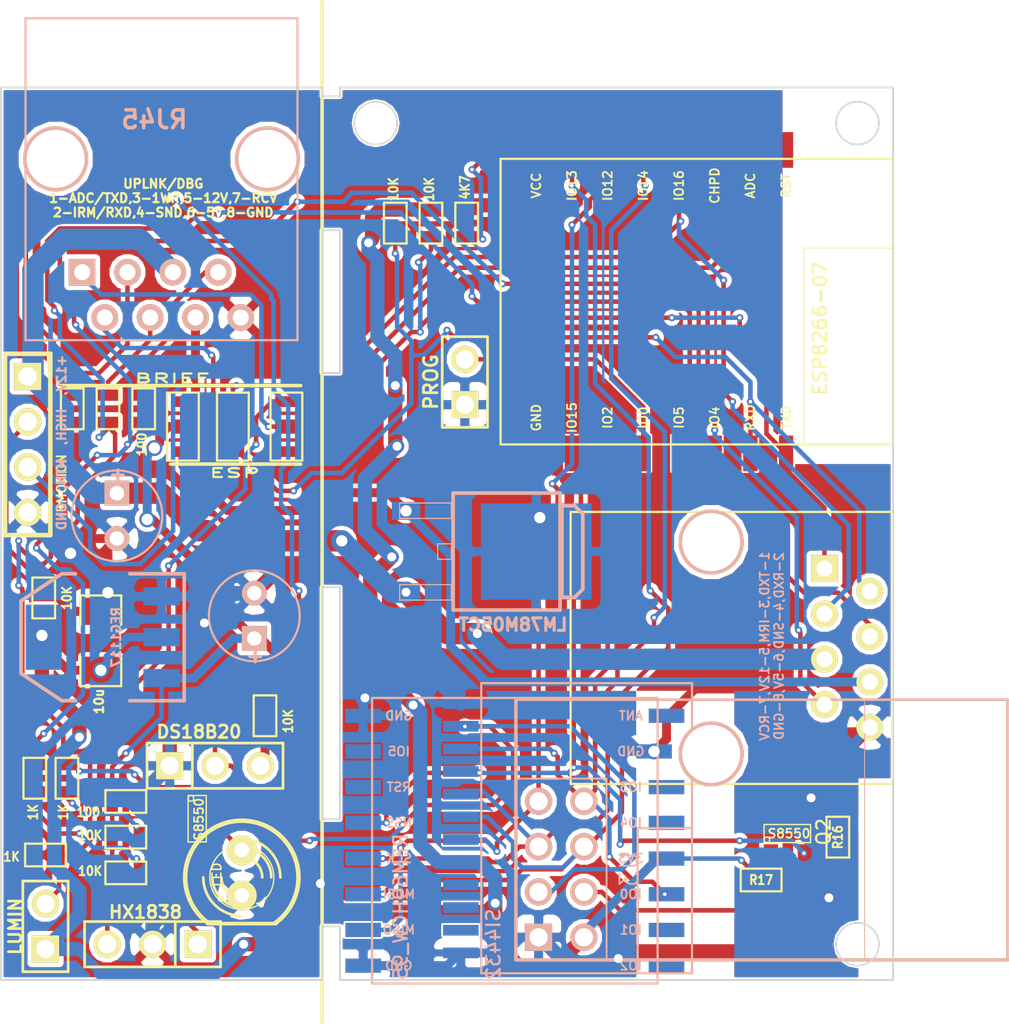
<source format=kicad_pcb>
(kicad_pcb (version 3) (host pcbnew "(2013-07-07 BZR 4022)-stable")
  (layers (15 F.Cu signal) (0 B.Cu signal) (18 B.Paste user) (19 F.Paste user) (20 B.SilkS user) (21 F.SilkS user) (22 B.Mask user) (23 F.Mask user) (28 Edge.Cuts user))
  (net 0 "")
  (net 1 +12V)
  (net 2 +3.3V)
  (net 3 +5V)
  (net 4 /1WR)
  (net 5 /5VIN)
  (net 6 /ADC)
  (net 7 /IRM)
  (net 8 /MISO)
  (net 9 /MOSI)
  (net 10 /RCV)
  (net 11 /RXD)
  (net 12 /SCLK)
  (net 13 /SDN)
  (net 14 /TXD)
  (net 15 DGND)
  (net 16 N-000001)
  (net 17 N-0000019)
  (net 18 N-000002)
  (net 19 N-0000021)
  (net 20 N-0000022)
  (net 21 N-0000023)
  (net 22 N-0000024)
  (net 23 N-0000026)
  (net 24 N-0000028)
  (net 25 N-000003)
  (net 26 N-000004)
  (net 27 N-0000041)
  (net 28 N-0000045)
  (net 29 N-0000046)
  (net 30 N-000007)
  (net 31 N-000008)
  (module SOT23 (layer F.Cu) (at 61 91 270)
    (fp_text reference Q1 hide)
    (fp_text value S8550 (at 0 -0.1 270) (layer F.SilkS) (effects (font (size 0.50038 0.50038) (thickness 0.09906))))
    (pad 3 smd rect (at 0 -1.09982 270) (size 0.8001 1.00076) (layers F.Cu F.Paste F.Mask) (net 20 N-0000022))
    (pad 2 smd rect (at 0.9525 1.09982 270) (size 0.8001 1.00076) (layers F.Cu F.Paste F.Mask) (net 27 N-0000041))
    (pad 1 smd rect (at -0.9525 1.09982 270) (size 0.8001 1.00076) (layers F.Cu F.Paste F.Mask) (net 31 N-000008))
  )
  (module SM1206 (layer F.Cu) (at 55.6 81 90)
    (fp_text reference C3 hide)
    (fp_text value 10u (at -3.4 -0.1 90) (layer F.SilkS) (effects (font (size 0.5 0.5) (thickness 0.125))))
    (pad 1 smd rect (at -1.651 0 90) (size 1.524 2.032) (layers F.Cu F.Paste F.Mask) (net 2 +3.3V))
    (pad 2 smd rect (at 1.651 0 90) (size 1.524 2.032) (layers F.Cu F.Paste F.Mask) (net 15 DGND))
  )
  (module SM0603 (layer F.Cu) (at 64.8 85.2 270)
    (fp_text reference R9 hide)
    (fp_text value 10K (at 0.3 -1.3 270) (layer F.SilkS) (effects (font (size 0.508 0.4572) (thickness 0.1143))))
    (pad 1 smd rect (at -0.762 0 270) (size 0.635 1.143) (layers F.Cu F.Paste F.Mask) (net 4 /1WR))
    (pad 2 smd rect (at 0.762 0 270) (size 0.635 1.143) (layers F.Cu F.Paste F.Mask) (net 3 +5V))
  )
  (module SM0603 (layer F.Cu) (at 72.1 57.6 90)
    (fp_text reference R4 hide)
    (fp_text value 10K (at 1.9 -0.1 90) (layer F.SilkS) (effects (font (size 0.508 0.4572) (thickness 0.1143))))
    (pad 1 smd rect (at -0.762 0 90) (size 0.635 1.143) (layers F.Cu F.Paste F.Mask) (net 11 /RXD))
    (pad 2 smd rect (at 0.762 0 90) (size 0.635 1.143) (layers F.Cu F.Paste F.Mask) (net 2 +3.3V))
  )
  (module SM0603 (layer F.Cu) (at 74.1 57.6 90)
    (fp_text reference R5 hide)
    (fp_text value 10K (at 1.9 -0.1 90) (layer F.SilkS) (effects (font (size 0.508 0.4572) (thickness 0.1143))))
    (pad 1 smd rect (at -0.762 0 90) (size 0.635 1.143) (layers F.Cu F.Paste F.Mask) (net 14 /TXD))
    (pad 2 smd rect (at 0.762 0 90) (size 0.635 1.143) (layers F.Cu F.Paste F.Mask) (net 2 +3.3V))
  )
  (module SM0603 (layer F.Cu) (at 76.1 57.6 90)
    (fp_text reference R8 hide)
    (fp_text value 4K7 (at 2 -0.1 90) (layer F.SilkS) (effects (font (size 0.508 0.4572) (thickness 0.1143))))
    (pad 1 smd rect (at -0.762 0 90) (size 0.635 1.143) (layers F.Cu F.Paste F.Mask) (net 24 N-0000028))
    (pad 2 smd rect (at 0.762 0 90) (size 0.635 1.143) (layers F.Cu F.Paste F.Mask) (net 2 +3.3V))
  )
  (module SM0603 (layer F.Cu) (at 52.5 93)
    (fp_text reference R7 hide)
    (fp_text value 1K (at -1.9 0.1) (layer F.SilkS) (effects (font (size 0.508 0.4572) (thickness 0.1143))))
    (pad 1 smd rect (at -0.762 0) (size 0.635 1.143) (layers F.Cu F.Paste F.Mask) (net 15 DGND))
    (pad 2 smd rect (at 0.762 0) (size 0.635 1.143) (layers F.Cu F.Paste F.Mask) (net 6 /ADC))
  )
  (module SM0603 (layer F.Cu) (at 53.7 88.7 270)
    (fp_text reference R13 hide)
    (fp_text value 1K (at 1.9 0.2 270) (layer F.SilkS) (effects (font (size 0.508 0.4572) (thickness 0.1143))))
    (pad 1 smd rect (at -0.762 0 270) (size 0.635 1.143) (layers F.Cu F.Paste F.Mask) (net 13 /SDN))
    (pad 2 smd rect (at 0.762 0 270) (size 0.635 1.143) (layers F.Cu F.Paste F.Mask) (net 27 N-0000041))
  )
  (module SM0603 (layer F.Cu) (at 57 94 180)
    (fp_text reference R11 hide)
    (fp_text value 10K (at 2 0.1 180) (layer F.SilkS) (effects (font (size 0.508 0.4572) (thickness 0.1143))))
    (pad 1 smd rect (at -0.762 0 180) (size 0.635 1.143) (layers F.Cu F.Paste F.Mask) (net 17 N-0000019))
    (pad 2 smd rect (at 0.762 0 180) (size 0.635 1.143) (layers F.Cu F.Paste F.Mask) (net 3 +5V))
  )
  (module SM0603 (layer F.Cu) (at 51.9 88.7 270)
    (fp_text reference R10 hide)
    (fp_text value 1K (at 1.9 0.1 270) (layer F.SilkS) (effects (font (size 0.508 0.4572) (thickness 0.1143))))
    (pad 1 smd rect (at -0.762 0 270) (size 0.635 1.143) (layers F.Cu F.Paste F.Mask) (net 10 /RCV))
    (pad 2 smd rect (at 0.762 0 270) (size 0.635 1.143) (layers F.Cu F.Paste F.Mask) (net 17 N-0000019))
  )
  (module SM0603 (layer F.Cu) (at 57 92 180)
    (fp_text reference R12 hide)
    (fp_text value 10K (at 2 0.1 180) (layer F.SilkS) (effects (font (size 0.508 0.4572) (thickness 0.1143))))
    (pad 1 smd rect (at -0.762 0 180) (size 0.635 1.143) (layers F.Cu F.Paste F.Mask) (net 27 N-0000041))
    (pad 2 smd rect (at 0.762 0 180) (size 0.635 1.143) (layers F.Cu F.Paste F.Mask) (net 3 +5V))
  )
  (module SM0603 (layer F.Cu) (at 57 90 180)
    (fp_text reference R14 hide)
    (fp_text value 100 (at 2.1 -0.6 180) (layer F.SilkS) (effects (font (size 0.508 0.4572) (thickness 0.1143))))
    (pad 1 smd rect (at -0.762 0 180) (size 0.635 1.143) (layers F.Cu F.Paste F.Mask) (net 31 N-000008))
    (pad 2 smd rect (at 0.762 0 180) (size 0.635 1.143) (layers F.Cu F.Paste F.Mask) (net 3 +5V))
  )
  (module SM0603 (layer F.Cu) (at 52.4 78.6 90)
    (fp_text reference R15 hide)
    (fp_text value 10K (at 0 1.3 90) (layer F.SilkS) (effects (font (size 0.508 0.4572) (thickness 0.1143))))
    (pad 1 smd rect (at -0.762 0 90) (size 0.635 1.143) (layers F.Cu F.Paste F.Mask) (net 2 +3.3V))
    (pad 2 smd rect (at 0.762 0 90) (size 0.635 1.143) (layers F.Cu F.Paste F.Mask) (net 30 N-000007))
  )
  (module RJ45_8 (layer B.Cu) (at 59 54)
    (fp_text reference J1 hide)
    (fp_text value RJ45 (at -0.4 -2.2) (layer B.SilkS) (effects (font (size 1.00076 1.00076) (thickness 0.2032)) (justify mirror)))
    (pad Hole np_thru_hole circle (at 5.93852 0) (size 3.64998 3.64998) (drill 3.2512) (layers *.Cu *.SilkS *.Mask))
    (pad Hole np_thru_hole circle (at -5.9309 0) (size 3.64998 3.64998) (drill 3.2512) (layers *.Cu *.SilkS *.Mask))
    (pad 1 thru_hole rect (at -4.445 6.35) (size 1.50114 1.50114) (drill 0.89916) (layers *.Cu *.Mask B.SilkS) (net 25 N-000003))
    (pad 2 thru_hole circle (at -3.175 8.89) (size 1.50114 1.50114) (drill 0.89916) (layers *.Cu *.Mask B.SilkS) (net 26 N-000004))
    (pad 3 thru_hole circle (at -1.905 6.35) (size 1.50114 1.50114) (drill 0.89916) (layers *.Cu *.Mask B.SilkS) (net 29 N-0000046))
    (pad 4 thru_hole circle (at -0.635 8.89) (size 1.50114 1.50114) (drill 0.89916) (layers *.Cu *.Mask B.SilkS) (net 28 N-0000045))
    (pad 5 thru_hole circle (at 0.635 6.35) (size 1.50114 1.50114) (drill 0.89916) (layers *.Cu *.Mask B.SilkS) (net 1 +12V))
    (pad 6 thru_hole circle (at 1.905 8.89) (size 1.50114 1.50114) (drill 0.89916) (layers *.Cu *.Mask B.SilkS) (net 16 N-000001))
    (pad 7 thru_hole circle (at 3.175 6.35) (size 1.50114 1.50114) (drill 0.89916) (layers *.Cu *.Mask B.SilkS) (net 18 N-000002))
    (pad 8 thru_hole circle (at 4.445 8.89) (size 1.50114 1.50114) (drill 0.89916) (layers *.Cu *.Mask B.SilkS) (net 15 DGND))
  )
  (module PIN_ARRAY_3X1 (layer F.Cu) (at 58.5 98 180)
    (fp_text reference K2 hide)
    (fp_text value HX1838 (at 0.4 1.8 180) (layer F.SilkS) (effects (font (size 0.7 0.7) (thickness 0.1524))))
    (pad 1 thru_hole rect (at -2.54 0 180) (size 1.524 1.524) (drill 1.016) (layers *.Cu *.Mask F.SilkS) (net 17 N-0000019))
    (pad 2 thru_hole circle (at 0 0 180) (size 1.524 1.524) (drill 1.016) (layers *.Cu *.Mask F.SilkS) (net 15 DGND))
    (pad 3 thru_hole circle (at 2.54 0 180) (size 1.524 1.524) (drill 1.016) (layers *.Cu *.Mask F.SilkS) (net 3 +5V))
  )
  (module PIN_ARRAY_3X1 (layer F.Cu) (at 62 88)
    (fp_text reference K1 hide)
    (fp_text value DS18B20 (at -0.9 -1.9) (layer F.SilkS) (effects (font (size 0.7 0.7) (thickness 0.1524))))
    (pad 1 thru_hole rect (at -2.54 0) (size 1.524 1.524) (drill 1.016) (layers *.Cu *.Mask F.SilkS) (net 15 DGND))
    (pad 2 thru_hole circle (at 0 0) (size 1.524 1.524) (drill 1.016) (layers *.Cu *.Mask F.SilkS) (net 4 /1WR))
    (pad 3 thru_hole circle (at 2.54 0) (size 1.524 1.524) (drill 1.016) (layers *.Cu *.Mask F.SilkS) (net 3 +5V))
  )
  (module PIN_ARRAY_2X1 (layer F.Cu) (at 52.5 97 90)
    (fp_text reference R6 hide)
    (fp_text value LUMIN (at 0 -1.7 90) (layer F.SilkS) (effects (font (size 0.7 0.7) (thickness 0.1524))))
    (pad 1 thru_hole rect (at -1.27 0 90) (size 1.524 1.524) (drill 1.016) (layers *.Cu *.Mask F.SilkS) (net 2 +3.3V))
    (pad 2 thru_hole circle (at 1.27 0 90) (size 1.524 1.524) (drill 1.016) (layers *.Cu *.Mask F.SilkS) (net 6 /ADC))
  )
  (module PIN_ARRAY_2X1 (layer F.Cu) (at 76 66.5 90)
    (fp_text reference JP2 hide)
    (fp_text value PROG (at 0 -1.905 90) (layer F.SilkS) (effects (font (size 0.762 0.762) (thickness 0.1524))))
    (pad 1 thru_hole rect (at -1.27 0 90) (size 1.524 1.524) (drill 1.016) (layers *.Cu *.Mask F.SilkS) (net 15 DGND))
    (pad 2 thru_hole circle (at 1.27 0 90) (size 1.524 1.524) (drill 1.016) (layers *.Cu *.Mask F.SilkS) (net 19 N-0000021))
  )
  (module LED-5MM (layer F.Cu) (at 63.5 94 270)
    (fp_text reference D1 hide)
    (fp_text value LED (at 0.1 1.4 270) (layer F.SilkS) (effects (font (size 0.5 0.5) (thickness 0.0889))))
    (pad 1 thru_hole circle (at -1.27 0 270) (size 1.6764 1.6764) (drill 0.8128) (layers *.Cu *.Mask F.SilkS) (net 20 N-0000022))
    (pad 2 thru_hole circle (at 1.27 0 270) (size 1.6764 1.6764) (drill 0.8128) (layers *.Cu *.Mask F.SilkS) (net 15 DGND))
  )
  (module SI4432 (layer B.Cu) (at 80.6 91.5 90)
    (fp_text reference P1 hide)
    (fp_text value SI4432 (at -6.5 -3 90) (layer B.SilkS) (effects (font (size 0.762 0.762) (thickness 0.127)) (justify mirror)))
    (pad 1 smd rect (at -6.985 -4.826 90) (size 0.6 2) (layers B.Cu B.Paste B.Mask) (net 15 DGND) (clearance 0.1))
    (pad 2 smd rect (at -5.715 -4.826 90) (size 0.6 2) (layers B.Cu B.Paste B.Mask))
    (pad 3 smd rect (at -4.445 -4.826 90) (size 0.6 2) (layers B.Cu B.Paste B.Mask))
    (pad 4 smd rect (at -3.175 -4.826 90) (size 0.6 2) (layers B.Cu B.Paste B.Mask))
    (pad 5 smd rect (at -1.905 -4.826 90) (size 0.6 2) (layers B.Cu B.Paste B.Mask) (net 2 +3.3V))
    (pad 6 smd rect (at -0.635 -4.826 90) (size 0.6 2) (layers B.Cu B.Paste B.Mask) (net 8 /MISO))
    (pad 7 smd rect (at 0.635 -4.826 90) (size 0.6 2) (layers B.Cu B.Paste B.Mask) (net 9 /MOSI))
    (pad 8 smd rect (at 1.905 -4.826 90) (size 0.6 2) (layers B.Cu B.Paste B.Mask) (net 12 /SCLK))
    (pad 9 smd rect (at 3.175 -4.826 90) (size 0.6 2) (layers B.Cu B.Paste B.Mask) (net 22 N-0000024))
    (pad 10 smd rect (at 4.445 -4.826 90) (size 0.6 2) (layers B.Cu B.Paste B.Mask) (net 23 N-0000026))
    (pad 11 smd rect (at 5.715 -4.826 90) (size 0.6 2) (layers B.Cu B.Paste B.Mask) (net 13 /SDN))
    (pad 12 smd rect (at 6.985 -4.826 90) (size 0.6 2) (layers B.Cu B.Paste B.Mask) (net 15 DGND))
  )
  (module JMP3 (layer F.Cu) (at 66 69)
    (fp_text reference JP1 hide)
    (fp_text value DBG hide)
    (pad 1 smd rect (at 0 -1.4) (size 1.27 0.6) (layers F.Cu F.Paste F.Mask) (net 6 /ADC))
    (pad 2 smd rect (at 0 0) (size 1.27 0.8) (layers F.Cu F.Paste F.Mask) (net 25 N-000003))
    (pad 3 smd rect (at 0 1.4) (size 1.27 0.6) (layers F.Cu F.Paste F.Mask) (net 14 /TXD))
  )
  (module JMP3 (layer F.Cu) (at 63 69)
    (fp_text reference JP3 hide)
    (fp_text value DBG hide)
    (pad 1 smd rect (at 0 -1.4) (size 1.27 0.6) (layers F.Cu F.Paste F.Mask) (net 7 /IRM))
    (pad 2 smd rect (at 0 0) (size 1.27 0.8) (layers F.Cu F.Paste F.Mask) (net 26 N-000004))
    (pad 3 smd rect (at 0 1.4) (size 1.27 0.6) (layers F.Cu F.Paste F.Mask) (net 11 /RXD))
  )
  (module JMP3 (layer F.Cu) (at 60.2 69)
    (fp_text reference JP4 hide)
    (fp_text value 5VIN hide)
    (pad 1 smd rect (at 0 -1.4) (size 1.27 0.6) (layers F.Cu F.Paste F.Mask) (net 16 N-000001))
    (pad 2 smd rect (at 0 0) (size 1.27 0.8) (layers F.Cu F.Paste F.Mask) (net 3 +5V))
    (pad 3 smd rect (at 0 1.4) (size 1.27 0.6) (layers F.Cu F.Paste F.Mask) (net 5 /5VIN))
  )
  (module nRF24L01M (layer B.Cu) (at 81.4 93.8 90)
    (fp_text reference U3 (at 0 3.81 90) (layer B.SilkS) (effects (font (size 1.016 1.016) (thickness 0.1)) (justify mirror)))
    (fp_text value NRF24L01-M hide)
    (pad 1 thru_hole rect (at -3.81 -1.27 90) (size 1.524 1.524) (drill 1.016) (layers *.Cu *.Mask B.SilkS) (net 15 DGND))
    (pad 2 thru_hole circle (at -3.81 1.27 90) (size 1.524 1.524) (drill 1.016) (layers *.Cu *.Mask B.SilkS) (net 2 +3.3V))
    (pad 3 thru_hole circle (at -1.27 -1.27 90) (size 1.524 1.524) (drill 1.016) (layers *.Cu *.Mask B.SilkS) (net 13 /SDN))
    (pad 4 thru_hole circle (at -1.27 1.27 90) (size 1.524 1.524) (drill 1.016) (layers *.Cu *.Mask B.SilkS) (net 21 N-0000023))
    (pad 5 thru_hole circle (at 1.27 -1.27 90) (size 1.524 1.524) (drill 1.016) (layers *.Cu *.Mask B.SilkS) (net 12 /SCLK))
    (pad 6 thru_hole circle (at 1.27 1.27 90) (size 1.524 1.524) (drill 1.016) (layers *.Cu *.Mask B.SilkS) (net 9 /MOSI))
    (pad 7 thru_hole circle (at 3.81 -1.27 90) (size 1.524 1.524) (drill 1.016) (layers *.Cu *.Mask B.SilkS) (net 8 /MISO))
    (pad 8 thru_hole circle (at 3.81 1.27 90) (size 1.524 1.524) (drill 1.016) (layers *.Cu *.Mask B.SilkS) (net 23 N-0000026))
  )
  (module C1V5 (layer B.Cu) (at 64.2 79.6 90)
    (fp_text reference C2 hide)
    (fp_text value 100u hide)
    (fp_text user + (at -2.286 0 90) (layer B.SilkS) (effects (font (size 0.762 0.762) (thickness 0.2032)) (justify mirror)))
    (pad 1 thru_hole rect (at -1.27 0 90) (size 1.397 1.397) (drill 0.8128) (layers *.Cu *.Mask B.SilkS) (net 3 +5V))
    (pad 2 thru_hole circle (at 1.27 0 90) (size 1.397 1.397) (drill 0.8128) (layers *.Cu *.Mask B.SilkS) (net 15 DGND))
  )
  (module C1V5 (layer B.Cu) (at 56.5 74 270)
    (fp_text reference C1 hide)
    (fp_text value 100u hide)
    (fp_text user + (at -2.286 0 270) (layer B.SilkS) (effects (font (size 0.762 0.762) (thickness 0.2032)) (justify mirror)))
    (pad 1 thru_hole rect (at -1.27 0 270) (size 1.397 1.397) (drill 0.8128) (layers *.Cu *.Mask B.SilkS) (net 1 +12V))
    (pad 2 thru_hole circle (at 1.27 0 270) (size 1.397 1.397) (drill 0.8128) (layers *.Cu *.Mask B.SilkS) (net 15 DGND))
  )
  (module TO252-m2 (layer B.Cu) (at 77.5 76 90)
    (fp_text reference U1 hide)
    (fp_text value LM78M05CT (at -4.1 1.2 180) (layer B.SilkS) (effects (font (size 0.7 0.7) (thickness 0.175)) (justify mirror)))
    (pad 1 smd rect (at -2.27838 -4.79806 90) (size 0.99822 1.59766) (layers B.Cu B.Paste B.Mask) (net 1 +12V))
    (pad 3 smd rect (at 2.27838 -4.79806 90) (size 0.99822 1.59766) (layers B.Cu B.Paste B.Mask) (net 5 /5VIN))
    (pad 2 smd rect (at 0 2.49936 90) (size 5.3975 6.1976) (layers B.Cu B.Paste B.Mask) (net 15 DGND))
  )
  (module SM0603 (layer F.Cu) (at 54 68 270)
    (fp_text reference R1 hide)
    (fp_text value 0 hide)
    (pad 1 smd rect (at -0.762 0 270) (size 0.635 1.143) (layers F.Cu F.Paste F.Mask) (net 29 N-0000046))
    (pad 2 smd rect (at 0.762 0 270) (size 0.635 1.143) (layers F.Cu F.Paste F.Mask) (net 4 /1WR))
  )
  (module SM0603 (layer F.Cu) (at 56 68 270)
    (fp_text reference R2 hide)
    (fp_text value 0 hide)
    (pad 1 smd rect (at -0.762 0 270) (size 0.635 1.143) (layers F.Cu F.Paste F.Mask) (net 28 N-0000045))
    (pad 2 smd rect (at 0.762 0 270) (size 0.635 1.143) (layers F.Cu F.Paste F.Mask) (net 13 /SDN))
  )
  (module SM0603 (layer F.Cu) (at 58 68 270)
    (fp_text reference R3 hide)
    (fp_text value 100 (at 2 0.1 270) (layer F.SilkS) (effects (font (size 0.508 0.4572) (thickness 0.1143))))
    (pad 1 smd rect (at -0.762 0 270) (size 0.635 1.143) (layers F.Cu F.Paste F.Mask) (net 18 N-000002))
    (pad 2 smd rect (at 0.762 0 270) (size 0.635 1.143) (layers F.Cu F.Paste F.Mask) (net 10 /RCV))
  )
  (module SOT223 (layer B.Cu) (at 55.7 80.8 270)
    (fp_text reference IC1 hide)
    (fp_text value REG1117 (at 0 -0.762 270) (layer B.SilkS) (effects (font (size 0.5 0.5) (thickness 0.125)) (justify mirror)))
    (pad 4 smd rect (at 0 3.302 270) (size 3.6576 2.032) (layers B.Cu B.Paste B.Mask) (net 2 +3.3V))
    (pad 2 smd rect (at 0 -3.302 270) (size 1.016 2.032) (layers B.Cu B.Paste B.Mask) (net 2 +3.3V))
    (pad 3 smd rect (at 2.286 -3.302 270) (size 1.016 2.032) (layers B.Cu B.Paste B.Mask) (net 3 +5V))
    (pad 1 smd rect (at -2.286 -3.302 270) (size 1.016 2.032) (layers B.Cu B.Paste B.Mask) (net 15 DGND))
  )
  (module PIN_ARRAY_4x1 (layer F.Cu) (at 51.5 70 270)
    (fp_text reference P2 hide)
    (fp_text value IRMOTION (at 2.3 -1.9 270) (layer F.SilkS) (effects (font (size 0.5 0.5) (thickness 0.1))))
    (pad 1 thru_hole rect (at -3.81 0 270) (size 1.524 1.524) (drill 1.016) (layers *.Cu *.Mask F.SilkS) (net 1 +12V))
    (pad 2 thru_hole circle (at -1.27 0 270) (size 1.524 1.524) (drill 1.016) (layers *.Cu *.Mask F.SilkS) (net 30 N-000007))
    (pad 3 thru_hole circle (at 1.27 0 270) (size 1.524 1.524) (drill 1.016) (layers *.Cu *.Mask F.SilkS) (net 7 /IRM))
    (pad 4 thru_hole circle (at 3.81 0 270) (size 1.524 1.524) (drill 1.016) (layers *.Cu *.Mask F.SilkS) (net 15 DGND))
  )
  (module ESP8266-07 (layer F.Cu) (at 89 62 270)
    (fp_text reference U2 hide)
    (fp_text value ESP8266-07 (at 1.5 -6.9 270) (layer F.SilkS) (effects (font (size 0.762 0.762) (thickness 0.127))))
    (fp_text user GND (at 6.5 9 270) (layer F.SilkS) (effects (font (size 0.5 0.5) (thickness 0.1))))
    (fp_text user IO15 (at 6.5 7 270) (layer F.SilkS) (effects (font (size 0.5 0.5) (thickness 0.1))))
    (fp_text user IO2 (at 6.5 5 270) (layer F.SilkS) (effects (font (size 0.5 0.5) (thickness 0.1))))
    (fp_text user IO0 (at 6.5 3 270) (layer F.SilkS) (effects (font (size 0.5 0.5) (thickness 0.1))))
    (fp_text user IO5 (at 6.5 1 270) (layer F.SilkS) (effects (font (size 0.5 0.5) (thickness 0.1))))
    (fp_text user IO4 (at 6.5 -1 270) (layer F.SilkS) (effects (font (size 0.5 0.5) (thickness 0.1))))
    (fp_text user RXD (at 6.5 -3 270) (layer F.SilkS) (effects (font (size 0.5 0.5) (thickness 0.1))))
    (fp_text user TXD (at 6.5 -5 270) (layer F.SilkS) (effects (font (size 0.5 0.5) (thickness 0.1))))
    (fp_text user VCC (at -6.5 9 270) (layer F.SilkS) (effects (font (size 0.5 0.5) (thickness 0.1))))
    (fp_text user IO13 (at -6.5 7 270) (layer F.SilkS) (effects (font (size 0.5 0.5) (thickness 0.1))))
    (fp_text user IO12 (at -6.5 5 270) (layer F.SilkS) (effects (font (size 0.5 0.5) (thickness 0.1))))
    (fp_text user IO14 (at -6.5 3 270) (layer F.SilkS) (effects (font (size 0.5 0.5) (thickness 0.1))))
    (fp_text user IO16 (at -6.5 1 270) (layer F.SilkS) (effects (font (size 0.5 0.5) (thickness 0.1))))
    (fp_text user CHPD (at -6.5 -1 270) (layer F.SilkS) (effects (font (size 0.5 0.5) (thickness 0.1))))
    (fp_text user ADC (at -6.5 -3 270) (layer F.SilkS) (effects (font (size 0.5 0.5) (thickness 0.1))))
    (fp_text user RST (at -6.5 -5 270) (layer F.SilkS) (effects (font (size 0.5 0.5) (thickness 0.1))))
    (pad 8 smd rect (at -8.5 9 270) (size 2 0.8) (layers F.Cu F.Paste F.Mask) (net 2 +3.3V) (clearance 0.1))
    (pad 7 smd rect (at -8.5 7 270) (size 2 0.8) (layers F.Cu F.Paste F.Mask) (net 9 /MOSI))
    (pad 6 smd rect (at -8.5 5 270) (size 2 0.8) (layers F.Cu F.Paste F.Mask) (net 8 /MISO))
    (pad 5 smd rect (at -8.5 3 270) (size 2 0.8) (layers F.Cu F.Paste F.Mask) (net 12 /SCLK))
    (pad 4 smd rect (at -8.5 1 270) (size 2 0.8) (layers F.Cu F.Paste F.Mask) (net 7 /IRM))
    (pad 3 smd rect (at -8.5 -1 270) (size 2 0.8) (layers F.Cu F.Paste F.Mask) (net 24 N-0000028))
    (pad 2 smd rect (at -8.5 -3 270) (size 2 0.8) (layers F.Cu F.Paste F.Mask) (net 6 /ADC))
    (pad 1 smd rect (at -8.5 -5 270) (size 2 0.8) (layers F.Cu F.Paste F.Mask))
    (pad 9 smd rect (at 8.5 9 270) (size 2 0.8) (layers F.Cu F.Paste F.Mask) (net 15 DGND))
    (pad 10 smd rect (at 8.5 7 270) (size 2 0.8) (layers F.Cu F.Paste F.Mask) (net 22 N-0000024))
    (pad 11 smd rect (at 8.5 5 270) (size 2 0.8) (layers F.Cu F.Paste F.Mask) (net 23 N-0000026))
    (pad 12 smd rect (at 8.5 3 270) (size 2 0.8) (layers F.Cu F.Paste F.Mask) (net 19 N-0000021))
    (pad 13 smd rect (at 8.5 1 270) (size 2 0.8) (layers F.Cu F.Paste F.Mask) (net 13 /SDN))
    (pad 14 smd rect (at 8.5 -1 270) (size 2 0.8) (layers F.Cu F.Paste F.Mask) (net 10 /RCV))
    (pad 15 smd rect (at 8.5 -3 270) (size 2 0.8) (layers F.Cu F.Paste F.Mask) (net 11 /RXD))
    (pad 16 smd rect (at 8.5 -5 270) (size 2 0.8) (layers F.Cu F.Paste F.Mask) (net 14 /TXD))
  )
  (module RJ45_8 (layer F.Cu) (at 89.8 81.4 270)
    (fp_text reference J2 hide)
    (fp_text value RJ45 hide)
    (pad Hole np_thru_hole circle (at 5.93852 0 270) (size 3.64998 3.64998) (drill 3.2512) (layers *.Cu *.SilkS *.Mask))
    (pad Hole np_thru_hole circle (at -5.9309 0 270) (size 3.64998 3.64998) (drill 3.2512) (layers *.Cu *.SilkS *.Mask))
    (pad 1 thru_hole rect (at -4.445 -6.35 270) (size 1.50114 1.50114) (drill 0.89916) (layers *.Cu *.Mask F.SilkS) (net 14 /TXD))
    (pad 2 thru_hole circle (at -3.175 -8.89 270) (size 1.50114 1.50114) (drill 0.89916) (layers *.Cu *.Mask F.SilkS) (net 11 /RXD))
    (pad 3 thru_hole circle (at -1.905 -6.35 270) (size 1.50114 1.50114) (drill 0.89916) (layers *.Cu *.Mask F.SilkS) (net 7 /IRM))
    (pad 4 thru_hole circle (at -0.635 -8.89 270) (size 1.50114 1.50114) (drill 0.89916) (layers *.Cu *.Mask F.SilkS) (net 13 /SDN))
    (pad 5 thru_hole circle (at 0.635 -6.35 270) (size 1.50114 1.50114) (drill 0.89916) (layers *.Cu *.Mask F.SilkS) (net 1 +12V))
    (pad 6 thru_hole circle (at 1.905 -8.89 270) (size 1.50114 1.50114) (drill 0.89916) (layers *.Cu *.Mask F.SilkS) (net 5 /5VIN))
    (pad 7 thru_hole circle (at 3.175 -6.35 270) (size 1.50114 1.50114) (drill 0.89916) (layers *.Cu *.Mask F.SilkS) (net 10 /RCV))
    (pad 8 thru_hole circle (at 4.445 -8.89 270) (size 1.50114 1.50114) (drill 0.89916) (layers *.Cu *.Mask F.SilkS) (net 15 DGND))
  )
  (module RFM69HCW_95 (layer B.Cu) (at 78.8 92.2)
    (fp_text reference M1 hide)
    (fp_text value RFM69HCW_95 (at -6.4 3.7 90) (layer B.SilkS) (effects (font (size 0.762 0.762) (thickness 0.127)) (justify mirror)))
    (fp_text user ANT (at 6.5 -7) (layer B.SilkS) (effects (font (size 0.5 0.5) (thickness 0.1)) (justify mirror)))
    (fp_text user GND (at 6.5 -5) (layer B.SilkS) (effects (font (size 0.5 0.5) (thickness 0.1)) (justify mirror)))
    (fp_text user IO3 (at 6.5 -3) (layer B.SilkS) (effects (font (size 0.5 0.5) (thickness 0.1)) (justify mirror)))
    (fp_text user IO4 (at 6.5 -1) (layer B.SilkS) (effects (font (size 0.5 0.5) (thickness 0.1)) (justify mirror)))
    (fp_text user 3V3 (at 6.5 1) (layer B.SilkS) (effects (font (size 0.5 0.5) (thickness 0.1)) (justify mirror)))
    (fp_text user IO0 (at 6.5 3) (layer B.SilkS) (effects (font (size 0.5 0.5) (thickness 0.1)) (justify mirror)))
    (fp_text user IO1 (at 6.5 5) (layer B.SilkS) (effects (font (size 0.5 0.5) (thickness 0.1)) (justify mirror)))
    (fp_text user IO2 (at 6.5 7) (layer B.SilkS) (effects (font (size 0.5 0.5) (thickness 0.1)) (justify mirror)))
    (fp_text user GND (at -6.5 -7) (layer B.SilkS) (effects (font (size 0.5 0.5) (thickness 0.1)) (justify mirror)))
    (fp_text user IO5 (at -6.5 -5) (layer B.SilkS) (effects (font (size 0.5 0.5) (thickness 0.1)) (justify mirror)))
    (fp_text user RST (at -6.5 -3) (layer B.SilkS) (effects (font (size 0.5 0.5) (thickness 0.1)) (justify mirror)))
    (fp_text user NSS (at -6.5 -1) (layer B.SilkS) (effects (font (size 0.5 0.5) (thickness 0.1)) (justify mirror)))
    (fp_text user SCK (at -6.5 1) (layer B.SilkS) (effects (font (size 0.5 0.5) (thickness 0.1)) (justify mirror)))
    (fp_text user MOSI (at -6.5 3) (layer B.SilkS) (effects (font (size 0.5 0.5) (thickness 0.1)) (justify mirror)))
    (fp_text user MISO (at -6.5 5) (layer B.SilkS) (effects (font (size 0.5 0.5) (thickness 0.1)) (justify mirror)))
    (fp_text user GND (at -6.5 7) (layer B.SilkS) (effects (font (size 0.5 0.5) (thickness 0.1)) (justify mirror)))
    (pad 8 smd rect (at -8.5 -7) (size 2 0.8) (layers B.Cu B.Paste B.Mask) (net 15 DGND) (clearance 0.1))
    (pad 7 smd rect (at -8.5 -5) (size 2 0.8) (layers B.Cu B.Paste B.Mask))
    (pad 6 smd rect (at -8.5 -3) (size 2 0.8) (layers B.Cu B.Paste B.Mask))
    (pad 5 smd rect (at -8.5 -1) (size 2 0.8) (layers B.Cu B.Paste B.Mask) (net 22 N-0000024))
    (pad 4 smd rect (at -8.5 1) (size 2 0.8) (layers B.Cu B.Paste B.Mask) (net 12 /SCLK))
    (pad 3 smd rect (at -8.5 3) (size 2 0.8) (layers B.Cu B.Paste B.Mask) (net 9 /MOSI))
    (pad 2 smd rect (at -8.5 5) (size 2 0.8) (layers B.Cu B.Paste B.Mask) (net 8 /MISO))
    (pad 1 smd rect (at -8.5 7) (size 2 0.8) (layers B.Cu B.Paste B.Mask) (net 15 DGND))
    (pad 9 smd rect (at 8.5 -7) (size 2 0.8) (layers B.Cu B.Paste B.Mask))
    (pad 10 smd rect (at 7.8 -5) (size 2 0.8) (layers B.Cu B.Paste B.Mask) (net 15 DGND))
    (pad 11 smd rect (at 8.5 -3) (size 2 0.8) (layers B.Cu B.Paste B.Mask))
    (pad 12 smd rect (at 8.5 -1) (size 2 0.8) (layers B.Cu B.Paste B.Mask))
    (pad 13 smd rect (at 8.5 1) (size 2 0.8) (layers B.Cu B.Paste B.Mask) (net 2 +3.3V))
    (pad 14 smd rect (at 8.5 3) (size 2 0.8) (layers B.Cu B.Paste B.Mask) (net 23 N-0000026))
    (pad 15 smd rect (at 8.5 5) (size 2 0.8) (layers B.Cu B.Paste B.Mask))
    (pad 16 smd rect (at 8.5 7) (size 2 0.8) (layers B.Cu B.Paste B.Mask))
  )
  (module SOT23 (layer F.Cu) (at 94.1 91.8)
    (fp_text reference Q2 (at 1.99898 -0.09906 90) (layer F.SilkS) (effects (font (size 0.762 0.762) (thickness 0.11938))))
    (fp_text value S8550 (at 0.0635 0) (layer F.SilkS) (effects (font (size 0.50038 0.50038) (thickness 0.09906))))
    (pad 3 smd rect (at 0 -1.09982) (size 0.8001 1.00076) (layers F.Cu F.Paste F.Mask) (net 15 DGND))
    (pad 2 smd rect (at 0.9525 1.09982) (size 0.8001 1.00076) (layers F.Cu F.Paste F.Mask) (net 22 N-0000024))
    (pad 1 smd rect (at -0.9525 1.09982) (size 0.8001 1.00076) (layers F.Cu F.Paste F.Mask) (net 21 N-0000023))
  )
  (module SM0603 (layer F.Cu) (at 96.9 92 270)
    (fp_text reference R16 (at 0 0 270) (layer F.SilkS) (effects (font (size 0.508 0.4572) (thickness 0.1143))))
    (fp_text value 4K7 hide)
    (pad 1 smd rect (at -0.762 0 270) (size 0.635 1.143) (layers F.Cu F.Paste F.Mask) (net 15 DGND))
    (pad 2 smd rect (at 0.762 0 270) (size 0.635 1.143) (layers F.Cu F.Paste F.Mask) (net 22 N-0000024))
  )
  (module SM0603 (layer F.Cu) (at 92.6 94.4 180)
    (fp_text reference R17 (at 0 0 180) (layer F.SilkS) (effects (font (size 0.508 0.4572) (thickness 0.1143))))
    (fp_text value 4K7 hide)
    (pad 1 smd rect (at -0.762 0 180) (size 0.635 1.143) (layers F.Cu F.Paste F.Mask) (net 21 N-0000023))
    (pad 2 smd rect (at 0.762 0 180) (size 0.635 1.143) (layers F.Cu F.Paste F.Mask) (net 2 +3.3V))
  )
  (gr_text "+12V,  HIGH,  MTN,  GND" (at 53.4 69.9 90) (layer B.SilkS) (effects (font (size 0.5 0.5) (thickness 0.125)) (justify mirror)))
  (gr_line (start 69 50) (end 100 50) (angle 90) (layer Edge.Cuts) (width 0.1))
  (gr_line (start 69 50) (end 69 50.5) (angle 90) (layer Edge.Cuts) (width 0.1))
  (gr_line (start 68 50.5) (end 69 50.5) (angle 90) (layer Edge.Cuts) (width 0.1))
  (gr_line (start 68 50) (end 68 50.5) (angle 90) (layer Edge.Cuts) (width 0.1))
  (gr_line (start 100 100) (end 100 99.95) (angle 90) (layer Edge.Cuts) (width 0.1))
  (gr_line (start 69 100) (end 100 100) (angle 90) (layer Edge.Cuts) (width 0.1))
  (gr_text "UPLNK/DBG\n1-ADC/TXD,3-1WR,5-12V,7-RCV\n2-IRM/RXD,4-SND,6-5V,8-GND" (at 59.1 56.2) (layer F.SilkS) (effects (font (size 0.5 0.5) (thickness 0.125))))
  (gr_line (start 53.3 66.7) (end 66.8 66.7) (angle 90) (layer F.SilkS) (width 0.2))
  (gr_text BRIEF (at 59.6 66.3) (layer F.SilkS) (effects (font (size 0.5 1) (thickness 0.125))))
  (gr_line (start 59.5 71.1) (end 66.8 71.1) (angle 90) (layer F.SilkS) (width 0.2))
  (gr_line (start 69 66) (end 68 66) (angle 90) (layer Edge.Cuts) (width 0.1))
  (gr_line (start 69 58) (end 69 66) (angle 90) (layer Edge.Cuts) (width 0.1))
  (gr_line (start 68 58) (end 69 58) (angle 90) (layer Edge.Cuts) (width 0.1))
  (gr_line (start 68 58) (end 68 66) (angle 90) (layer Edge.Cuts) (width 0.1))
  (gr_line (start 69 78) (end 68 78) (angle 90) (layer Edge.Cuts) (width 0.1))
  (gr_line (start 69 91) (end 69 78) (angle 90) (layer Edge.Cuts) (width 0.1))
  (gr_line (start 68 91) (end 69 91) (angle 90) (layer Edge.Cuts) (width 0.1))
  (gr_line (start 68 78) (end 68 91) (angle 90) (layer Edge.Cuts) (width 0.1))
  (gr_line (start 69 97) (end 69 100) (angle 90) (layer Edge.Cuts) (width 0.1))
  (gr_line (start 68 97) (end 69 97) (angle 90) (layer Edge.Cuts) (width 0.1))
  (gr_line (start 68 100) (end 68 97) (angle 90) (layer Edge.Cuts) (width 0.1))
  (gr_text "1-TXD,3-IRM,5-12V,7-RCV\n2-RXD,4-SND,6-5V,8-GND" (at 93.2 81.3 90) (layer B.SilkS) (effects (font (size 0.5 0.5) (thickness 0.1)) (justify mirror)))
  (gr_text ESP (at 63.1 71.6) (layer F.SilkS) (effects (font (size 0.5 1) (thickness 0.125))))
  (gr_circle (center 98 52) (end 98 53.2) (layer Edge.Cuts) (width 0.1))
  (gr_circle (center 71 52) (end 72.2 52) (layer Edge.Cuts) (width 0.1))
  (gr_circle (center 98 98) (end 99.2 98) (layer Edge.Cuts) (width 0.1))
  (gr_line (start 68 45.2) (end 68 102.4) (angle 90) (layer F.SilkS) (width 0.2))
  (gr_line (start 50 50) (end 50 100) (angle 90) (layer Edge.Cuts) (width 0.1))
  (gr_line (start 50 100) (end 68 100) (angle 90) (layer Edge.Cuts) (width 0.1))
  (gr_line (start 100 50) (end 100 100) (angle 90) (layer Edge.Cuts) (width 0.1))
  (gr_line (start 50 50) (end 68 50) (angle 90) (layer Edge.Cuts) (width 0.1))
  (segment (start 51.5 66.19) (end 51.8 65.89) (width 1.2) (layer B.Cu) (net 1))
  (segment (start 51.8 65.89) (end 51.8 60.2) (width 1.2) (layer B.Cu) (net 1))
  (segment (start 51.8 60.2) (end 53.5 58.5) (width 1.2) (layer B.Cu) (net 1))
  (segment (start 61.07 74.83) (end 61.53 74.83) (width 1.2) (layer F.Cu) (net 1))
  (segment (start 62.1 75.4) (end 69.1 75.4) (width 1.2) (layer F.Cu) (net 1))
  (segment (start 61.53 74.83) (end 62.1 75.4) (width 1.2) (layer F.Cu) (net 1))
  (segment (start 56.5 72.73) (end 58.97 72.73) (width 1.2) (layer F.Cu) (net 1))
  (via (at 69.1 75.4) (size 0.889) (layers F.Cu B.Cu) (net 1))
  (segment (start 69.1 75.4) (end 71.97838 78.27838) (width 1.2) (layer B.Cu) (net 1))
  (segment (start 71.97838 78.27838) (end 72.70194 78.27838) (width 1.2) (layer B.Cu) (net 1))
  (segment (start 58.97 72.73) (end 61.07 74.83) (width 1.2) (layer F.Cu) (net 1))
  (via (at 72.70194 78.27838) (size 0.8) (drill 0.5) (layers F.Cu B.Cu) (net 1))
  (segment (start 76.7 80.6) (end 75.02356 80.6) (width 1.2) (layer F.Cu) (net 1))
  (segment (start 75.02356 80.6) (end 72.70194 78.27838) (width 1.2) (layer F.Cu) (net 1))
  (via (at 76.7 80.6) (size 0.8) (drill 0.5) (layers F.Cu B.Cu) (net 1))
  (segment (start 76.7 80.6) (end 78.135 82.035) (width 1.2) (layer B.Cu) (net 1))
  (segment (start 78.135 82.035) (end 96.15 82.035) (width 1.2) (layer B.Cu) (net 1))
  (segment (start 57.785 58.5) (end 59.635 60.35) (width 1.2) (layer B.Cu) (net 1))
  (segment (start 53.5 58.5) (end 57.785 58.5) (width 1.2) (layer B.Cu) (net 1))
  (segment (start 51.5 66.19) (end 51.5 66) (width 1.2) (layer B.Cu) (net 1))
  (segment (start 53.5 68) (end 53.5 71) (width 1.2) (layer B.Cu) (net 1))
  (segment (start 53.5 71) (end 55.23 72.73) (width 1.2) (layer B.Cu) (net 1))
  (segment (start 55.23 72.73) (end 56.5 72.73) (width 1.2) (layer B.Cu) (net 1))
  (segment (start 51.5 66) (end 53.5 68) (width 1.2) (layer B.Cu) (net 1))
  (segment (start 91.838 94.4) (end 91.838 93.638) (width 0.254) (layer F.Cu) (net 2))
  (segment (start 91.4 93.2) (end 87.3 93.2) (width 0.254) (layer B.Cu) (net 2))
  (segment (start 91.5 93.3) (end 91.4 93.2) (width 0.254) (layer B.Cu) (net 2))
  (via (at 91.5 93.3) (size 0.4) (drill 0.2) (layers F.Cu B.Cu) (net 2))
  (segment (start 91.838 93.638) (end 91.5 93.3) (width 0.254) (layer F.Cu) (net 2))
  (segment (start 82.67 97.61) (end 82.67 97.33) (width 0.5) (layer B.Cu) (net 2))
  (segment (start 86.8 93.2) (end 87.3 93.2) (width 0.5) (layer B.Cu) (net 2))
  (segment (start 82.67 97.33) (end 86.8 93.2) (width 0.5) (layer B.Cu) (net 2))
  (segment (start 75.774 93.405) (end 74.505 93.405) (width 0.8) (layer B.Cu) (net 2))
  (segment (start 74.505 93.405) (end 73.5 92.4) (width 0.8) (layer B.Cu) (net 2))
  (segment (start 72.1 66.7) (end 72.1 70) (width 0.8) (layer F.Cu) (net 2))
  (segment (start 72.1 70) (end 72.2 70.1) (width 0.8) (layer F.Cu) (net 2))
  (segment (start 71.1 63.5) (end 71.1 64) (width 0.8) (layer B.Cu) (net 2))
  (segment (start 70.7 77.5) (end 70.7 78.5) (width 0.8) (layer F.Cu) (net 2))
  (segment (start 70.7 82) (end 70.7 82.2) (width 0.8) (layer F.Cu) (net 2))
  (segment (start 73.5 85) (end 73.5 87.6) (width 0.8) (layer B.Cu) (net 2))
  (segment (start 73.1 84.6) (end 73.5 85) (width 0.8) (layer B.Cu) (net 2))
  (via (at 73.1 84.6) (size 0.8) (drill 0.5) (layers F.Cu B.Cu) (net 2))
  (segment (start 70.7 82.2) (end 73.1 84.6) (width 0.8) (layer F.Cu) (net 2))
  (segment (start 70.7 78.5) (end 70.7 82) (width 0.8) (layer F.Cu) (net 2))
  (segment (start 73.5 87.6) (end 73.5 92.4) (width 0.8) (layer B.Cu) (net 2))
  (via (at 72.2 70.1) (size 0.8) (drill 0.5) (layers F.Cu B.Cu) (net 2))
  (segment (start 72.2 70.1) (end 70.4 71.9) (width 0.8) (layer B.Cu) (net 2))
  (segment (start 70.4 71.9) (end 70.4 74.8) (width 0.8) (layer B.Cu) (net 2))
  (segment (start 70.4 74.8) (end 71.9 76.3) (width 0.8) (layer B.Cu) (net 2))
  (via (at 71.9 76.3) (size 0.8) (drill 0.5) (layers F.Cu B.Cu) (net 2))
  (segment (start 71.9 76.3) (end 70.7 77.5) (width 0.8) (layer F.Cu) (net 2))
  (segment (start 71.1 59.6) (end 70.6 59.1) (width 0.8) (layer B.Cu) (net 2))
  (segment (start 70.6 59.1) (end 70.6 58.7) (width 0.8) (layer B.Cu) (net 2))
  (via (at 70.6 58.7) (size 0.8) (drill 0.5) (layers F.Cu B.Cu) (net 2))
  (segment (start 70.6 58.7) (end 70.8 58.5) (width 0.8) (layer F.Cu) (net 2))
  (segment (start 70.8 58.5) (end 70.8 57.3) (width 0.8) (layer F.Cu) (net 2))
  (segment (start 70.8 57.3) (end 71.262 56.838) (width 0.8) (layer F.Cu) (net 2))
  (segment (start 71.262 56.838) (end 72.1 56.838) (width 0.8) (layer F.Cu) (net 2))
  (segment (start 71.1 63.5) (end 71.1 59.6) (width 0.8) (layer B.Cu) (net 2))
  (segment (start 71.1 64) (end 72.1 65) (width 0.8) (layer B.Cu) (net 2))
  (segment (start 72.1 65) (end 72.1 66.7) (width 0.8) (layer B.Cu) (net 2))
  (via (at 72.1 66.7) (size 0.8) (drill 0.5) (layers F.Cu B.Cu) (net 2))
  (segment (start 77.7 95.7) (end 77.7 97.9) (width 0.8) (layer F.Cu) (net 2))
  (segment (start 81.08 99.2) (end 82.67 97.61) (width 0.8) (layer F.Cu) (net 2))
  (segment (start 79 99.2) (end 81.08 99.2) (width 0.8) (layer F.Cu) (net 2))
  (segment (start 77.7 97.9) (end 79 99.2) (width 0.8) (layer F.Cu) (net 2))
  (segment (start 63.6 98) (end 64.6 98) (width 0.8) (layer F.Cu) (net 2))
  (segment (start 77.2 96.2) (end 77.7 95.7) (width 0.8) (layer F.Cu) (net 2))
  (segment (start 66.4 96.2) (end 77.2 96.2) (width 0.8) (layer F.Cu) (net 2))
  (segment (start 64.6 98) (end 66.4 96.2) (width 0.8) (layer F.Cu) (net 2))
  (segment (start 52.5 98.27) (end 54.27 98.27) (width 0.8) (layer B.Cu) (net 2))
  (via (at 63.6 98) (size 0.8) (drill 0.5) (layers F.Cu B.Cu) (net 2))
  (segment (start 62 99.6) (end 63.6 98) (width 0.8) (layer B.Cu) (net 2))
  (segment (start 55.6 99.6) (end 62 99.6) (width 0.8) (layer B.Cu) (net 2))
  (segment (start 54.27 98.27) (end 55.6 99.6) (width 0.5) (layer B.Cu) (net 2))
  (segment (start 75.774 93.405) (end 76.805 93.405) (width 0.8) (layer B.Cu) (net 2))
  (segment (start 76.805 93.405) (end 77.7 94.3) (width 0.8) (layer B.Cu) (net 2))
  (segment (start 77.7 94.3) (end 77.7 95.7) (width 0.8) (layer B.Cu) (net 2))
  (via (at 77.7 95.7) (size 0.8) (drill 0.5) (layers F.Cu B.Cu) (net 2))
  (segment (start 82.51 97.61) (end 82.67 97.61) (width 0.254) (layer F.Cu) (net 2))
  (segment (start 52.3 80.7) (end 52.3 83.3) (width 0.8) (layer F.Cu) (net 2))
  (segment (start 52.3 83.3) (end 54.4 85.4) (width 0.8) (layer F.Cu) (net 2))
  (segment (start 54.4 85.4) (end 54.4 86.4) (width 0.8) (layer F.Cu) (net 2))
  (via (at 54.4 86.4) (size 0.8) (drill 0.5) (layers F.Cu B.Cu) (net 2))
  (segment (start 54.4 86.4) (end 53 87.8) (width 0.8) (layer B.Cu) (net 2))
  (segment (start 53 87.8) (end 53 93.6) (width 0.8) (layer B.Cu) (net 2))
  (segment (start 53 93.6) (end 54.4 95) (width 0.8) (layer B.Cu) (net 2))
  (segment (start 54.4 95) (end 54.4 96.37) (width 0.8) (layer B.Cu) (net 2))
  (segment (start 54.4 96.37) (end 52.5 98.27) (width 0.8) (layer B.Cu) (net 2))
  (via (at 55.6 82.651) (size 0.889) (layers F.Cu B.Cu) (net 2))
  (segment (start 52.3 80.7) (end 52.3 81.2) (width 0.5) (layer F.Cu) (net 2))
  (segment (start 52.3 81.2) (end 53.751 82.651) (width 0.5) (layer F.Cu) (net 2))
  (segment (start 53.751 82.651) (end 55.6 82.651) (width 0.5) (layer F.Cu) (net 2))
  (segment (start 52.4 79.362) (end 52.4 80.6) (width 0.254) (layer F.Cu) (net 2))
  (segment (start 52.398 80.798) (end 52.398 80.8) (width 0.254) (layer B.Cu) (net 2))
  (segment (start 52.3 80.7) (end 52.398 80.798) (width 0.254) (layer B.Cu) (net 2))
  (via (at 52.3 80.7) (size 0.889) (layers F.Cu B.Cu) (net 2))
  (segment (start 52.4 80.6) (end 52.3 80.7) (width 0.254) (layer F.Cu) (net 2))
  (segment (start 82.67 97.61) (end 82.51 97.61) (width 0.254) (layer F.Cu) (net 2))
  (segment (start 72.1 56.838) (end 74.1 56.838) (width 0.8) (layer F.Cu) (net 2))
  (segment (start 74.1 56.838) (end 76.1 56.838) (width 0.8) (layer F.Cu) (net 2))
  (segment (start 76.1 56.838) (end 76.338 56.6) (width 0.8) (layer F.Cu) (net 2))
  (segment (start 76.338 56.6) (end 78.7 56.6) (width 0.8) (layer F.Cu) (net 2))
  (segment (start 78.7 56.6) (end 80 55.3) (width 0.8) (layer F.Cu) (net 2))
  (segment (start 80 55.3) (end 80 53.5) (width 0.8) (layer F.Cu) (net 2))
  (segment (start 56 82.251) (end 55.6 82.651) (width 0.5) (layer B.Cu) (net 2))
  (segment (start 57.1 80.8) (end 59.002 80.8) (width 0.5) (layer B.Cu) (net 2))
  (segment (start 56 81.9) (end 57.1 80.8) (width 0.5) (layer B.Cu) (net 2))
  (segment (start 56 82.251) (end 56 81.9) (width 0.5) (layer B.Cu) (net 2))
  (segment (start 56.238 90) (end 56.238 88.062) (width 0.254) (layer F.Cu) (net 3))
  (segment (start 59.002 85.298) (end 59.002 83.086) (width 0.254) (layer B.Cu) (net 3))
  (segment (start 57 87.3) (end 59.002 85.298) (width 0.254) (layer B.Cu) (net 3))
  (via (at 57 87.3) (size 0.4) (drill 0.2) (layers F.Cu B.Cu) (net 3))
  (segment (start 56.238 88.062) (end 57 87.3) (width 0.254) (layer F.Cu) (net 3))
  (segment (start 64.2 80.87) (end 64.57 80.87) (width 0.5) (layer F.Cu) (net 3))
  (segment (start 65.638 85.962) (end 64.8 85.962) (width 0.5) (layer F.Cu) (net 3))
  (segment (start 66.1 85.5) (end 65.638 85.962) (width 0.5) (layer F.Cu) (net 3))
  (segment (start 66.1 82.4) (end 66.1 85.5) (width 0.5) (layer F.Cu) (net 3))
  (segment (start 64.57 80.87) (end 66.1 82.4) (width 0.5) (layer F.Cu) (net 3))
  (segment (start 58.2 74.2) (end 58.2 70.6) (width 0.5) (layer B.Cu) (net 3))
  (via (at 58.2 74.2) (size 0.889) (layers F.Cu B.Cu) (net 3))
  (segment (start 58.5 74.2) (end 62.6 78.3) (width 0.5) (layer F.Cu) (net 3))
  (segment (start 62.6 78.3) (end 62.6 79.27) (width 0.5) (layer F.Cu) (net 3))
  (segment (start 62.6 79.27) (end 64.2 80.87) (width 0.5) (layer F.Cu) (net 3))
  (segment (start 58.2 74.2) (end 58.5 74.2) (width 0.5) (layer F.Cu) (net 3))
  (segment (start 58.2 70.6) (end 58.6 70.2) (width 0.5) (layer B.Cu) (net 3))
  (via (at 58.6 70.2) (size 0.889) (layers F.Cu B.Cu) (net 3))
  (segment (start 58.6 70.2) (end 58.9 69.9) (width 0.5) (layer F.Cu) (net 3))
  (segment (start 58.9 69.9) (end 58.9 69.5) (width 0.5) (layer F.Cu) (net 3))
  (segment (start 58.9 69.5) (end 59.4 69) (width 0.5) (layer F.Cu) (net 3))
  (segment (start 59.4 69) (end 60.2 69) (width 0.5) (layer F.Cu) (net 3))
  (segment (start 55.96 98) (end 55.96 94.278) (width 0.254) (layer F.Cu) (net 3))
  (segment (start 55.96 94.278) (end 56.238 94) (width 0.254) (layer F.Cu) (net 3))
  (segment (start 56.238 92) (end 56.238 90) (width 0.254) (layer F.Cu) (net 3))
  (segment (start 56.238 94) (end 56.238 92) (width 0.254) (layer F.Cu) (net 3))
  (segment (start 64.8 85.962) (end 64.8 87.74) (width 0.5) (layer F.Cu) (net 3))
  (segment (start 64.8 87.74) (end 64.54 88) (width 0.5) (layer F.Cu) (net 3))
  (segment (start 59.002 83.086) (end 60.814 83.086) (width 0.5) (layer B.Cu) (net 3))
  (segment (start 60.814 83.086) (end 63.03 80.87) (width 0.5) (layer B.Cu) (net 3))
  (segment (start 63.03 80.87) (end 64.2 80.87) (width 0.5) (layer B.Cu) (net 3))
  (segment (start 62 88) (end 62.9 88) (width 0.254) (layer F.Cu) (net 4))
  (segment (start 62.9 88) (end 64.054 89.154) (width 0.254) (layer F.Cu) (net 4))
  (segment (start 53.975 68.707) (end 54 68.762) (width 0.254) (layer F.Cu) (net 4))
  (segment (start 51.4 58.7) (end 53.458 56.642) (width 0.254) (layer F.Cu) (net 4))
  (segment (start 66.7 78.2) (end 66.7 81.9) (width 0.254) (layer F.Cu) (net 4))
  (segment (start 65.7 73.379) (end 66.3105 73.9895) (width 0.254) (layer B.Cu) (net 4))
  (segment (start 65.7 71.4) (end 65.7 73.379) (width 0.254) (layer B.Cu) (net 4))
  (segment (start 66.1 71) (end 65.7 71.4) (width 0.254) (layer B.Cu) (net 4))
  (segment (start 66.1 67.8) (end 66.1 71) (width 0.254) (layer B.Cu) (net 4))
  (segment (start 65.2905 66.9905) (end 66.1 67.8) (width 0.254) (layer B.Cu) (net 4))
  (segment (start 65.2905 64.9095) (end 65.278 64.897) (width 0.254) (layer B.Cu) (net 4))
  (segment (start 65.278 64.897) (end 65.278 61.976) (width 0.254) (layer B.Cu) (net 4))
  (segment (start 65.278 61.976) (end 65.151 61.849) (width 0.254) (layer B.Cu) (net 4))
  (segment (start 65.151 61.849) (end 65.151 61.595) (width 0.254) (layer B.Cu) (net 4))
  (segment (start 65.151 61.595) (end 59.817 56.261) (width 0.254) (layer B.Cu) (net 4))
  (via (at 59.817 56.261) (size 0.4) (drill 0.2) (layers F.Cu B.Cu) (net 4))
  (segment (start 59.817 56.261) (end 59.436 56.642) (width 0.254) (layer F.Cu) (net 4))
  (segment (start 59.436 56.642) (end 53.458 56.642) (width 0.254) (layer F.Cu) (net 4))
  (segment (start 65.151 89.154) (end 66.7 87.605) (width 0.254) (layer F.Cu) (net 4))
  (segment (start 64.054 89.154) (end 65.151 89.154) (width 0.254) (layer F.Cu) (net 4))
  (segment (start 65.2905 64.9095) (end 65.2905 66.9905) (width 0.254) (layer B.Cu) (net 4))
  (segment (start 66.3105 77.8105) (end 66.7 78.2) (width 0.254) (layer B.Cu) (net 4))
  (via (at 66.7 78.2) (size 0.4) (drill 0.2) (layers F.Cu B.Cu) (net 4))
  (segment (start 66.3105 73.9895) (end 66.3105 77.8105) (width 0.254) (layer B.Cu) (net 4))
  (segment (start 66.7 81.9) (end 66.8 82) (width 0.254) (layer F.Cu) (net 4))
  (segment (start 66.8 82) (end 66.8 87.5) (width 0.254) (layer F.Cu) (net 4))
  (segment (start 66.8 87.5) (end 66.7 87.6) (width 0.254) (layer F.Cu) (net 4))
  (segment (start 66.7 87.6) (end 66.7 87.605) (width 0.254) (layer F.Cu) (net 4))
  (segment (start 53.721 68.707) (end 53.975 68.707) (width 0.254) (layer F.Cu) (net 4))
  (segment (start 52.959 67.945) (end 53.721 68.707) (width 0.254) (layer F.Cu) (net 4))
  (segment (start 52.959 64.262) (end 52.959 67.945) (width 0.254) (layer F.Cu) (net 4))
  (segment (start 51.4 62.703) (end 52.959 64.262) (width 0.254) (layer F.Cu) (net 4))
  (segment (start 51.4 58.7) (end 51.4 62.703) (width 0.254) (layer F.Cu) (net 4))
  (segment (start 62 88) (end 62 85.6) (width 0.254) (layer F.Cu) (net 4))
  (segment (start 63.162 84.438) (end 64.8 84.438) (width 0.254) (layer F.Cu) (net 4))
  (segment (start 62 85.6) (end 63.162 84.438) (width 0.254) (layer F.Cu) (net 4))
  (segment (start 60.2 70.4) (end 60.2 71.2) (width 0.5) (layer F.Cu) (net 5))
  (segment (start 71.68032 72.7) (end 72.70194 73.72162) (width 0.5) (layer F.Cu) (net 5))
  (segment (start 67.6 72.7) (end 71.68032 72.7) (width 0.5) (layer F.Cu) (net 5))
  (segment (start 66.6 73.7) (end 67.6 72.7) (width 0.5) (layer F.Cu) (net 5))
  (segment (start 62.7 73.7) (end 66.6 73.7) (width 0.5) (layer F.Cu) (net 5))
  (segment (start 60.2 71.2) (end 62.7 73.7) (width 0.5) (layer F.Cu) (net 5))
  (via (at 72.70194 73.72162) (size 0.889) (layers F.Cu B.Cu) (net 5))
  (segment (start 94.295 83.305) (end 94.29 83.3) (width 0.5) (layer B.Cu) (net 5))
  (segment (start 94.295 83.305) (end 98.69 83.305) (width 0.5) (layer B.Cu) (net 5))
  (segment (start 75.2 76.21968) (end 72.70194 73.72162) (width 0.5) (layer B.Cu) (net 5))
  (segment (start 75.2 81.3) (end 75.2 76.21968) (width 0.5) (layer B.Cu) (net 5))
  (segment (start 77.2 83.3) (end 75.2 81.3) (width 0.5) (layer B.Cu) (net 5))
  (segment (start 94.29 83.3) (end 77.2 83.3) (width 0.5) (layer B.Cu) (net 5))
  (segment (start 59.4 76.8) (end 63.7 72.5) (width 0.254) (layer B.Cu) (net 6))
  (segment (start 63.7 70.6) (end 64.3 70) (width 0.254) (layer B.Cu) (net 6))
  (segment (start 63.7 72.5) (end 63.7 70.6) (width 0.254) (layer B.Cu) (net 6))
  (segment (start 70.6 65.3) (end 70.6 65.2) (width 0.254) (layer F.Cu) (net 6))
  (segment (start 70.6 65.2) (end 75.7 60.1) (width 0.254) (layer F.Cu) (net 6))
  (segment (start 66 67.6) (end 69.8 67.6) (width 0.254) (layer F.Cu) (net 6))
  (segment (start 70.6 66.8) (end 70.6 65.3) (width 0.254) (layer F.Cu) (net 6))
  (segment (start 69.8 67.6) (end 70.6 66.8) (width 0.254) (layer F.Cu) (net 6))
  (segment (start 92 57.9) (end 92 53.5) (width 0.254) (layer F.Cu) (net 6))
  (segment (start 75.7 60.1) (end 89.8 60.1) (width 0.254) (layer F.Cu) (net 6))
  (segment (start 89.8 60.1) (end 92 57.9) (width 0.254) (layer F.Cu) (net 6))
  (segment (start 59.4 76.8) (end 59.4 81.6) (width 0.254) (layer F.Cu) (net 6))
  (via (at 64.3 70) (size 0.4) (drill 0.2) (layers F.Cu B.Cu) (net 6))
  (segment (start 64.3 68.5) (end 64.3 70) (width 0.254) (layer F.Cu) (net 6))
  (segment (start 65.2 67.6) (end 64.3 68.5) (width 0.254) (layer F.Cu) (net 6))
  (via (at 59.4 76.8) (size 0.4) (drill 0.2) (layers F.Cu B.Cu) (net 6))
  (segment (start 66 67.6) (end 65.2 67.6) (width 0.254) (layer F.Cu) (net 6))
  (segment (start 54.2 93) (end 53.262 93) (width 0.254) (layer F.Cu) (net 6))
  (segment (start 55 92.2) (end 54.2 93) (width 0.254) (layer F.Cu) (net 6))
  (segment (start 55 87.8) (end 55 92.2) (width 0.254) (layer F.Cu) (net 6))
  (segment (start 57.6 85.2) (end 55 87.8) (width 0.254) (layer F.Cu) (net 6))
  (segment (start 57.6 83.4) (end 57.6 85.2) (width 0.254) (layer F.Cu) (net 6))
  (segment (start 59.4 81.6) (end 57.6 83.4) (width 0.254) (layer F.Cu) (net 6))
  (segment (start 52.5 95.73) (end 52.5 95.7) (width 0.254) (layer F.Cu) (net 6))
  (segment (start 53.262 94.938) (end 53.262 93) (width 0.254) (layer F.Cu) (net 6))
  (segment (start 52.5 95.7) (end 53.262 94.938) (width 0.254) (layer F.Cu) (net 6))
  (segment (start 63.2 66.7) (end 60.1 66.7) (width 0.254) (layer B.Cu) (net 7))
  (segment (start 69.8 65.2) (end 69.8 65.1) (width 0.254) (layer F.Cu) (net 7))
  (segment (start 69.8 65.1) (end 75.4 59.5) (width 0.254) (layer F.Cu) (net 7))
  (segment (start 66.6 66.7) (end 66.8 66.7) (width 0.254) (layer F.Cu) (net 7))
  (segment (start 63.2 66.7) (end 66.6 66.7) (width 0.254) (layer F.Cu) (net 7))
  (segment (start 66.8 66.7) (end 67 66.9) (width 0.254) (layer F.Cu) (net 7))
  (segment (start 67 66.9) (end 69.2 66.9) (width 0.254) (layer F.Cu) (net 7))
  (segment (start 69.2 66.9) (end 69.8 66.3) (width 0.254) (layer F.Cu) (net 7))
  (segment (start 69.8 66.3) (end 69.8 65.2) (width 0.254) (layer F.Cu) (net 7))
  (segment (start 59.65 74.85) (end 59.65 67.15) (width 0.254) (layer B.Cu) (net 7))
  (segment (start 59.65 67.15) (end 60.1 66.7) (width 0.254) (layer B.Cu) (net 7))
  (segment (start 51.5 71.27) (end 55 74.77) (width 0.254) (layer B.Cu) (net 7))
  (segment (start 57.8 76.7) (end 59.65 74.85) (width 0.254) (layer B.Cu) (net 7))
  (segment (start 55.8 76.7) (end 57.8 76.7) (width 0.254) (layer B.Cu) (net 7))
  (segment (start 55 75.9) (end 55.8 76.7) (width 0.254) (layer B.Cu) (net 7))
  (segment (start 55 74.77) (end 55 75.9) (width 0.254) (layer B.Cu) (net 7))
  (via (at 63.2 66.7) (size 0.4) (drill 0.2) (layers F.Cu B.Cu) (net 7))
  (segment (start 91 67.6) (end 91 68) (width 0.254) (layer B.Cu) (net 7))
  (via (at 91 67.6) (size 0.4) (drill 0.2) (layers F.Cu B.Cu) (net 7))
  (segment (start 91 67.6) (end 90.5 67.1) (width 0.254) (layer F.Cu) (net 7))
  (segment (start 90.5 67.1) (end 90.5 60.8) (width 0.254) (layer F.Cu) (net 7))
  (via (at 90.5 60.8) (size 0.4) (drill 0.2) (layers F.Cu B.Cu) (net 7))
  (segment (start 90.5 60.8) (end 88 58.3) (width 0.254) (layer B.Cu) (net 7))
  (segment (start 88 58.3) (end 88 57.6) (width 0.254) (layer B.Cu) (net 7))
  (segment (start 88 57.6) (end 88.1 57.5) (width 0.254) (layer B.Cu) (net 7))
  (via (at 88.1 57.5) (size 0.4) (drill 0.2) (layers F.Cu B.Cu) (net 7))
  (segment (start 88.1 57.5) (end 88 57.5) (width 0.254) (layer F.Cu) (net 7))
  (segment (start 88 57.5) (end 88 57.6) (width 0.254) (layer F.Cu) (net 7))
  (segment (start 97.5 78) (end 97.5 74.5) (width 0.254) (layer B.Cu) (net 7))
  (segment (start 96.15 79.35) (end 97.5 78) (width 0.254) (layer B.Cu) (net 7))
  (segment (start 96.15 79.495) (end 96.15 79.35) (width 0.254) (layer B.Cu) (net 7))
  (segment (start 91 68) (end 97.5 74.5) (width 0.254) (layer B.Cu) (net 7))
  (segment (start 86.1 59.5) (end 88 57.6) (width 0.254) (layer F.Cu) (net 7))
  (segment (start 75.4 59.5) (end 86.1 59.5) (width 0.254) (layer F.Cu) (net 7))
  (segment (start 88 57.6) (end 88 53.5) (width 0.254) (layer F.Cu) (net 7))
  (via (at 51.5 71.27) (size 0.889) (layers F.Cu B.Cu) (net 7))
  (segment (start 63 66.9) (end 63 67.6) (width 0.254) (layer F.Cu) (net 7))
  (segment (start 63.2 66.7) (end 63 66.9) (width 0.254) (layer F.Cu) (net 7))
  (segment (start 77.8 92.8) (end 77.8 92.32) (width 0.254) (layer F.Cu) (net 8))
  (segment (start 77.8 92.32) (end 80.13 89.99) (width 0.254) (layer F.Cu) (net 8))
  (segment (start 70.3 97.2) (end 71.8 97.2) (width 0.254) (layer B.Cu) (net 8))
  (segment (start 77.2 92.2) (end 77.8 92.8) (width 0.254) (layer F.Cu) (net 8))
  (segment (start 72.8 92.2) (end 77.2 92.2) (width 0.254) (layer F.Cu) (net 8))
  (segment (start 72.4 92.6) (end 72.8 92.2) (width 0.254) (layer F.Cu) (net 8))
  (via (at 72.4 92.6) (size 0.4) (drill 0.2) (layers F.Cu B.Cu) (net 8))
  (segment (start 72.4 96.6) (end 72.4 92.6) (width 0.254) (layer B.Cu) (net 8))
  (segment (start 71.8 97.2) (end 72.4 96.6) (width 0.254) (layer B.Cu) (net 8))
  (segment (start 75.774 92.135) (end 77.135 92.135) (width 0.254) (layer B.Cu) (net 8))
  (segment (start 77.135 92.135) (end 77.8 92.8) (width 0.254) (layer B.Cu) (net 8))
  (via (at 77.8 92.8) (size 0.4) (drill 0.2) (layers F.Cu B.Cu) (net 8))
  (segment (start 80.13 89.99) (end 80.13 76.87) (width 0.254) (layer F.Cu) (net 8))
  (segment (start 84 55.3) (end 84 53.5) (width 0.254) (layer F.Cu) (net 8))
  (segment (start 83 56.3) (end 84 55.3) (width 0.254) (layer F.Cu) (net 8))
  (segment (start 83 56.7) (end 83 56.3) (width 0.254) (layer F.Cu) (net 8))
  (segment (start 82 57.7) (end 83 56.7) (width 0.254) (layer F.Cu) (net 8))
  (via (at 82 57.7) (size 0.4) (drill 0.2) (layers F.Cu B.Cu) (net 8))
  (segment (start 82 71.1) (end 82 57.7) (width 0.254) (layer B.Cu) (net 8))
  (segment (start 80.9 72.2) (end 82 71.1) (width 0.254) (layer B.Cu) (net 8))
  (via (at 80.9 72.2) (size 0.4) (drill 0.2) (layers F.Cu B.Cu) (net 8))
  (segment (start 81.2 72.5) (end 80.9 72.2) (width 0.254) (layer F.Cu) (net 8))
  (segment (start 81.2 75.8) (end 81.2 72.5) (width 0.254) (layer F.Cu) (net 8))
  (segment (start 80.13 76.87) (end 81.2 75.8) (width 0.254) (layer F.Cu) (net 8))
  (segment (start 85.25 83.55) (end 84.8 84) (width 0.254) (layer F.Cu) (net 9))
  (segment (start 84.8 84) (end 84.8 90.6) (width 0.254) (layer F.Cu) (net 9))
  (segment (start 86.3 77.3) (end 86.3 78.1) (width 0.254) (layer B.Cu) (net 9))
  (segment (start 87.4 79.2) (end 87.4 81.4) (width 0.254) (layer F.Cu) (net 9))
  (segment (start 86.4 78.2) (end 87.4 79.2) (width 0.254) (layer F.Cu) (net 9))
  (via (at 86.4 78.2) (size 0.4) (drill 0.2) (layers F.Cu B.Cu) (net 9))
  (segment (start 86.3 78.1) (end 86.4 78.2) (width 0.254) (layer B.Cu) (net 9))
  (segment (start 70.3 95.2) (end 71.4 95.2) (width 0.254) (layer B.Cu) (net 9))
  (segment (start 81.4 93.8) (end 82.67 92.53) (width 0.254) (layer F.Cu) (net 9))
  (segment (start 79.2 93.8) (end 81.4 93.8) (width 0.254) (layer F.Cu) (net 9))
  (segment (start 78.6 94.4) (end 79.2 93.8) (width 0.254) (layer F.Cu) (net 9))
  (segment (start 72.2 94.4) (end 78.6 94.4) (width 0.254) (layer F.Cu) (net 9))
  (segment (start 71.4 95.2) (end 72.2 94.4) (width 0.254) (layer F.Cu) (net 9))
  (via (at 71.4 95.2) (size 0.4) (drill 0.2) (layers F.Cu B.Cu) (net 9))
  (segment (start 82.67 92.53) (end 82.87 92.53) (width 0.254) (layer F.Cu) (net 9))
  (segment (start 82.87 92.53) (end 84.8 90.6) (width 0.254) (layer F.Cu) (net 9))
  (segment (start 85.25 83.55) (end 87.4 81.4) (width 0.254) (layer F.Cu) (net 9))
  (segment (start 83.3 66.6) (end 86.3 69.6) (width 0.254) (layer B.Cu) (net 9))
  (segment (start 86.3 77.3) (end 86.3 69.6) (width 0.254) (layer B.Cu) (net 9))
  (segment (start 82 55.5) (end 82 53.5) (width 0.254) (layer F.Cu) (net 9))
  (segment (start 83.3 57.7) (end 82.8 57.2) (width 0.254) (layer B.Cu) (net 9))
  (segment (start 82.8 57.2) (end 82.8 56.3) (width 0.254) (layer B.Cu) (net 9))
  (segment (start 82.8 56.3) (end 82 55.5) (width 0.254) (layer B.Cu) (net 9))
  (via (at 82 55.5) (size 0.4) (drill 0.2) (layers F.Cu B.Cu) (net 9))
  (segment (start 83.3 57.7) (end 83.3 66.6) (width 0.254) (layer B.Cu) (net 9))
  (segment (start 76.174 90.865) (end 77.265 90.865) (width 0.254) (layer B.Cu) (net 9))
  (segment (start 81.5 93.7) (end 82.67 92.53) (width 0.254) (layer B.Cu) (net 9))
  (segment (start 79.2 93.7) (end 81.5 93.7) (width 0.254) (layer B.Cu) (net 9))
  (segment (start 78.7 93.2) (end 79.2 93.7) (width 0.254) (layer B.Cu) (net 9))
  (segment (start 78.7 92.3) (end 78.7 93.2) (width 0.254) (layer B.Cu) (net 9))
  (segment (start 77.265 90.865) (end 78.7 92.3) (width 0.254) (layer B.Cu) (net 9))
  (segment (start 51.9 87.938) (end 51.9 86.7) (width 0.254) (layer F.Cu) (net 10))
  (via (at 52.4 86.2) (size 0.4) (drill 0.2) (layers F.Cu B.Cu) (net 10))
  (segment (start 51.9 86.7) (end 52.4 86.2) (width 0.254) (layer F.Cu) (net 10))
  (segment (start 54.2 63.3) (end 54.2 63.4) (width 0.254) (layer B.Cu) (net 10))
  (segment (start 54.2 63.4) (end 57.25 66.45) (width 0.254) (layer B.Cu) (net 10))
  (segment (start 90 69.2) (end 90 69.5) (width 0.254) (layer B.Cu) (net 10))
  (segment (start 90 69.5) (end 94.6 74.1) (width 0.254) (layer B.Cu) (net 10))
  (via (at 52 75.8) (size 0.4) (drill 0.2) (layers F.Cu B.Cu) (net 10))
  (segment (start 52.4 86.2) (end 54.6 84) (width 0.254) (layer B.Cu) (net 10))
  (segment (start 54.6 77.8) (end 54.6 84) (width 0.254) (layer B.Cu) (net 10))
  (segment (start 53.8 77) (end 54.6 77.8) (width 0.254) (layer B.Cu) (net 10))
  (segment (start 53.2 77) (end 53.8 77) (width 0.254) (layer B.Cu) (net 10))
  (segment (start 53.2 77) (end 52 75.8) (width 0.254) (layer B.Cu) (net 10))
  (segment (start 52 75.8) (end 52 75.6) (width 0.254) (layer F.Cu) (net 10))
  (segment (start 52 75.6) (end 53.6 74) (width 0.254) (layer F.Cu) (net 10))
  (via (at 66.6 56.4) (size 0.4) (drill 0.2) (layers F.Cu B.Cu) (net 10))
  (segment (start 69.6 55.9) (end 69.7 55.9) (width 0.254) (layer B.Cu) (net 10))
  (segment (start 69.2 56.4) (end 69.7 55.9) (width 0.254) (layer B.Cu) (net 10))
  (segment (start 69.2 56.4) (end 66.6 56.4) (width 0.254) (layer B.Cu) (net 10))
  (segment (start 57.1 70.1) (end 56.6 70.6) (width 0.254) (layer B.Cu) (net 10))
  (segment (start 57.1 70) (end 57.1 70.1) (width 0.254) (layer B.Cu) (net 10))
  (segment (start 53.6 72.4) (end 53.6 74) (width 0.254) (layer F.Cu) (net 10))
  (segment (start 55.4 70.6) (end 53.6 72.4) (width 0.254) (layer F.Cu) (net 10))
  (via (at 55.4 70.6) (size 0.4) (drill 0.2) (layers F.Cu B.Cu) (net 10))
  (segment (start 56.6 70.6) (end 55.4 70.6) (width 0.254) (layer B.Cu) (net 10))
  (segment (start 63.9 58.6) (end 64.4 58.6) (width 0.254) (layer F.Cu) (net 10))
  (segment (start 57.25 69.85) (end 57.25 66.45) (width 0.254) (layer B.Cu) (net 10))
  (segment (start 57.1 70) (end 57.25 69.85) (width 0.254) (layer B.Cu) (net 10))
  (segment (start 53.5 58.6) (end 63.9 58.6) (width 0.254) (layer F.Cu) (net 10))
  (segment (start 53.3 58.8) (end 53.5 58.6) (width 0.254) (layer F.Cu) (net 10))
  (segment (start 53.3 61.3) (end 53.3 58.8) (width 0.254) (layer F.Cu) (net 10))
  (segment (start 54.1 62.1) (end 53.3 61.3) (width 0.254) (layer F.Cu) (net 10))
  (segment (start 54.1 63.2) (end 54.1 62.1) (width 0.254) (layer F.Cu) (net 10))
  (segment (start 54.2 63.3) (end 54.1 63.2) (width 0.254) (layer F.Cu) (net 10))
  (via (at 54.2 63.3) (size 0.4) (drill 0.2) (layers F.Cu B.Cu) (net 10))
  (segment (start 64.4 58.6) (end 66.6 56.4) (width 0.254) (layer F.Cu) (net 10))
  (segment (start 69.6 55.9) (end 73 55.9) (width 0.254) (layer B.Cu) (net 10))
  (segment (start 58 68.762) (end 58 69.1) (width 0.254) (layer F.Cu) (net 10))
  (segment (start 89.6 67.8) (end 90 68.2) (width 0.254) (layer F.Cu) (net 10))
  (segment (start 89.6 62.2) (end 89.6 67.8) (width 0.254) (layer F.Cu) (net 10))
  (segment (start 88.4 61) (end 89.6 62.2) (width 0.254) (layer F.Cu) (net 10))
  (segment (start 78.1 61) (end 88.4 61) (width 0.254) (layer F.Cu) (net 10))
  (via (at 78.1 61) (size 0.4) (drill 0.2) (layers F.Cu B.Cu) (net 10))
  (segment (start 78 60.9) (end 78.1 61) (width 0.254) (layer B.Cu) (net 10))
  (segment (start 73 55.9) (end 78 60.9) (width 0.254) (layer B.Cu) (net 10))
  (segment (start 90 68.2) (end 90 70.5) (width 0.254) (layer F.Cu) (net 10))
  (segment (start 58 69.1) (end 57.1 70) (width 0.254) (layer F.Cu) (net 10))
  (via (at 57.1 70) (size 0.4) (drill 0.2) (layers F.Cu B.Cu) (net 10))
  (segment (start 90 70.5) (end 90 69.2) (width 0.254) (layer F.Cu) (net 10))
  (segment (start 94.8 83.225) (end 96.15 84.575) (width 0.254) (layer F.Cu) (net 10))
  (segment (start 94.8 80.5) (end 94.8 83.225) (width 0.254) (layer F.Cu) (net 10))
  (segment (start 94.7 80.4) (end 94.8 80.5) (width 0.254) (layer F.Cu) (net 10))
  (via (at 94.7 80.4) (size 0.4) (drill 0.2) (layers F.Cu B.Cu) (net 10))
  (segment (start 94.6 80.3) (end 94.7 80.4) (width 0.254) (layer B.Cu) (net 10))
  (segment (start 94.6 74.1) (end 94.6 80.3) (width 0.254) (layer B.Cu) (net 10))
  (via (at 90 69.2) (size 0.4) (drill 0.2) (layers F.Cu B.Cu) (net 10))
  (segment (start 92 67.6) (end 98.1 73.7) (width 0.254) (layer B.Cu) (net 11))
  (segment (start 98.1 73.7) (end 98.1 73.8) (width 0.254) (layer B.Cu) (net 11))
  (segment (start 98.1 73.8) (end 98.1 77.635) (width 0.254) (layer B.Cu) (net 11))
  (segment (start 98.1 77.635) (end 98.69 78.225) (width 0.254) (layer B.Cu) (net 11))
  (segment (start 90.6 65.1) (end 92 66.5) (width 0.254) (layer B.Cu) (net 11))
  (segment (start 87.8 65.1) (end 90.6 65.1) (width 0.254) (layer B.Cu) (net 11))
  (segment (start 86.7 64) (end 87.8 65.1) (width 0.254) (layer B.Cu) (net 11))
  (via (at 86.7 64) (size 0.4) (drill 0.2) (layers F.Cu B.Cu) (net 11))
  (segment (start 75.4 64) (end 86.7 64) (width 0.254) (layer F.Cu) (net 11))
  (segment (start 75 63.6) (end 75.4 64) (width 0.254) (layer F.Cu) (net 11))
  (via (at 75 63.6) (size 0.4) (drill 0.2) (layers F.Cu B.Cu) (net 11))
  (segment (start 75 63.7) (end 75 63.6) (width 0.254) (layer B.Cu) (net 11))
  (segment (start 73.7 65) (end 75 63.7) (width 0.254) (layer B.Cu) (net 11))
  (segment (start 73 65) (end 73.7 65) (width 0.254) (layer B.Cu) (net 11))
  (segment (start 92 66.5) (end 92 67.3) (width 0.254) (layer B.Cu) (net 11))
  (segment (start 92 67.3) (end 92 67.6) (width 0.254) (layer B.Cu) (net 11))
  (segment (start 92 67.6) (end 92 70.5) (width 0.254) (layer F.Cu) (net 11))
  (via (at 92 67.6) (size 0.4) (drill 0.2) (layers F.Cu B.Cu) (net 11))
  (segment (start 68.9 71.6) (end 69.1 71.6) (width 0.254) (layer B.Cu) (net 11))
  (segment (start 69.1 71.6) (end 73 67.7) (width 0.254) (layer B.Cu) (net 11))
  (segment (start 73 65) (end 73 64.2) (width 0.254) (layer B.Cu) (net 11))
  (segment (start 72.1 59.3) (end 72.1 58.362) (width 0.254) (layer F.Cu) (net 11))
  (via (at 72.1 59.3) (size 0.4) (drill 0.2) (layers F.Cu B.Cu) (net 11))
  (segment (start 72.2 59.4) (end 72.1 59.3) (width 0.254) (layer B.Cu) (net 11))
  (segment (start 72.2 63.4) (end 72.2 59.4) (width 0.254) (layer B.Cu) (net 11))
  (segment (start 73 64.2) (end 72.2 63.4) (width 0.254) (layer B.Cu) (net 11))
  (segment (start 63 70.4) (end 63.3 70.4) (width 0.254) (layer F.Cu) (net 11))
  (segment (start 67.4 71.6) (end 68.7 71.6) (width 0.254) (layer B.Cu) (net 11))
  (segment (start 66.4 72.6) (end 67.4 71.6) (width 0.254) (layer B.Cu) (net 11))
  (via (at 66.4 72.6) (size 0.4) (drill 0.2) (layers F.Cu B.Cu) (net 11))
  (segment (start 65.5 72.6) (end 66.4 72.6) (width 0.254) (layer F.Cu) (net 11))
  (segment (start 63.3 70.4) (end 65.5 72.6) (width 0.254) (layer F.Cu) (net 11))
  (segment (start 68.7 71.6) (end 68.9 71.6) (width 0.254) (layer B.Cu) (net 11))
  (segment (start 73 67.7) (end 73 65) (width 0.254) (layer B.Cu) (net 11))
  (segment (start 71.4 93.2) (end 77.3 93.2) (width 0.254) (layer F.Cu) (net 12))
  (segment (start 77.5 93.4) (end 78.2 93.4) (width 0.254) (layer F.Cu) (net 12))
  (segment (start 77.3 93.2) (end 77.5 93.4) (width 0.254) (layer F.Cu) (net 12))
  (segment (start 79.1 92.53) (end 79.07 92.53) (width 0.254) (layer F.Cu) (net 12))
  (segment (start 79.1 92.53) (end 80.13 92.53) (width 0.254) (layer F.Cu) (net 12))
  (segment (start 79.07 92.53) (end 78.2 93.4) (width 0.254) (layer F.Cu) (net 12))
  (segment (start 84.55 83.2) (end 84.55 83.25) (width 0.254) (layer F.Cu) (net 12))
  (segment (start 84 83.8) (end 84 90.5) (width 0.254) (layer F.Cu) (net 12))
  (segment (start 84.55 83.25) (end 84 83.8) (width 0.254) (layer F.Cu) (net 12))
  (segment (start 87.2 77.3) (end 87.2 79.1) (width 0.254) (layer B.Cu) (net 12))
  (segment (start 87.2 79.1) (end 86.6 79.7) (width 0.254) (layer B.Cu) (net 12))
  (segment (start 80.13 92.53) (end 77 89.4) (width 0.254) (layer B.Cu) (net 12))
  (segment (start 75.969 89.4) (end 75.774 89.595) (width 0.254) (layer B.Cu) (net 12))
  (segment (start 77 89.4) (end 75.969 89.4) (width 0.254) (layer B.Cu) (net 12))
  (segment (start 70.3 93.2) (end 71.4 93.2) (width 0.254) (layer B.Cu) (net 12))
  (via (at 71.4 93.2) (size 0.4) (drill 0.2) (layers F.Cu B.Cu) (net 12))
  (segment (start 84.55 83.2) (end 84.55 82.55) (width 0.254) (layer F.Cu) (net 12))
  (via (at 86.6 79.7) (size 0.4) (drill 0.2) (layers F.Cu B.Cu) (net 12))
  (segment (start 86.6 80.5) (end 86.6 79.7) (width 0.254) (layer F.Cu) (net 12))
  (segment (start 84.55 82.55) (end 86.6 80.5) (width 0.254) (layer F.Cu) (net 12))
  (segment (start 81.36 91.3) (end 80.13 92.53) (width 0.254) (layer F.Cu) (net 12))
  (segment (start 83.2 91.3) (end 81.36 91.3) (width 0.254) (layer F.Cu) (net 12))
  (segment (start 84 90.5) (end 83.2 91.3) (width 0.254) (layer F.Cu) (net 12))
  (segment (start 84.2 66.3) (end 87.2 69.3) (width 0.254) (layer B.Cu) (net 12))
  (segment (start 84.2 58) (end 84.2 66.3) (width 0.254) (layer B.Cu) (net 12))
  (segment (start 86.1 56.1) (end 84.2 58) (width 0.254) (layer B.Cu) (net 12))
  (segment (start 86 53.5) (end 86 55.4) (width 0.254) (layer F.Cu) (net 12))
  (segment (start 87.2 69.3) (end 87.2 77.3) (width 0.254) (layer B.Cu) (net 12))
  (via (at 86.1 55.5) (size 0.4) (drill 0.2) (layers F.Cu B.Cu) (net 12))
  (segment (start 86 55.4) (end 86.1 55.5) (width 0.254) (layer F.Cu) (net 12))
  (segment (start 86.1 55.5) (end 86.1 56.1) (width 0.254) (layer B.Cu) (net 12))
  (segment (start 51.2 83.6) (end 53.5 85.9) (width 0.254) (layer F.Cu) (net 13))
  (segment (start 53.5 87.738) (end 53.7 87.938) (width 0.254) (layer F.Cu) (net 13))
  (segment (start 53.5 85.9) (end 53.5 87.738) (width 0.254) (layer F.Cu) (net 13))
  (segment (start 54.4 88.3) (end 57.3 88.3) (width 0.254) (layer B.Cu) (net 13))
  (segment (start 57.3 88.3) (end 57.5 88.5) (width 0.254) (layer B.Cu) (net 13))
  (segment (start 54.3 74.3) (end 52.8 75.8) (width 0.254) (layer F.Cu) (net 13))
  (segment (start 51.2 78.1) (end 51.2 83.6) (width 0.254) (layer F.Cu) (net 13))
  (segment (start 51 77.9) (end 51.2 78.1) (width 0.254) (layer F.Cu) (net 13))
  (via (at 51 77.9) (size 0.4) (drill 0.2) (layers F.Cu B.Cu) (net 13))
  (segment (start 51 75.4) (end 51 77.9) (width 0.254) (layer B.Cu) (net 13))
  (via (at 51 75.4) (size 0.4) (drill 0.2) (layers F.Cu B.Cu) (net 13))
  (segment (start 51 75.719576) (end 51 75.4) (width 0.254) (layer F.Cu) (net 13))
  (segment (start 51.980424 76.7) (end 51 75.719576) (width 0.254) (layer F.Cu) (net 13))
  (segment (start 52.4 76.7) (end 51.980424 76.7) (width 0.254) (layer F.Cu) (net 13))
  (segment (start 52.8 76.3) (end 52.4 76.7) (width 0.254) (layer F.Cu) (net 13))
  (segment (start 52.8 75.8) (end 52.8 76.3) (width 0.254) (layer F.Cu) (net 13))
  (segment (start 53.7 87.938) (end 54.038 87.938) (width 0.254) (layer F.Cu) (net 13))
  (segment (start 54.038 87.938) (end 54.4 88.3) (width 0.254) (layer F.Cu) (net 13))
  (via (at 54.4 88.3) (size 0.4) (drill 0.2) (layers F.Cu B.Cu) (net 13))
  (via (at 57.5 88.5) (size 0.4) (drill 0.2) (layers F.Cu B.Cu) (net 13))
  (segment (start 57.5 88.5) (end 57.9 88.9) (width 0.254) (layer F.Cu) (net 13))
  (segment (start 57.9 88.9) (end 58.2 88.9) (width 0.254) (layer F.Cu) (net 13))
  (segment (start 58.2 88.9) (end 58.5 89.2) (width 0.254) (layer F.Cu) (net 13))
  (segment (start 58.5 89.2) (end 62.5 89.2) (width 0.254) (layer F.Cu) (net 13))
  (segment (start 62.5 89.2) (end 65.5 92.2) (width 0.254) (layer F.Cu) (net 13))
  (segment (start 65.5 92.2) (end 67.3 92.2) (width 0.254) (layer F.Cu) (net 13))
  (via (at 67.3 92.2) (size 0.4) (drill 0.2) (layers F.Cu B.Cu) (net 13))
  (segment (start 67.3 92.2) (end 67.4 92.1) (width 0.254) (layer B.Cu) (net 13))
  (segment (start 67.4 92.1) (end 71.8 92.1) (width 0.254) (layer B.Cu) (net 13))
  (segment (start 71.8 92.1) (end 72.5 91.4) (width 0.254) (layer B.Cu) (net 13))
  (segment (start 72.5 91.4) (end 72.5 91.3) (width 0.254) (layer B.Cu) (net 13))
  (via (at 72.5 91.3) (size 0.4) (drill 0.2) (layers F.Cu B.Cu) (net 13))
  (segment (start 72.5 91.3) (end 73.6 90.2) (width 0.254) (layer F.Cu) (net 13))
  (segment (start 73.6 90.2) (end 77.6 90.2) (width 0.254) (layer F.Cu) (net 13))
  (segment (start 77.6 90.2) (end 78.7 89.1) (width 0.254) (layer F.Cu) (net 13))
  (segment (start 78.7 89.1) (end 78.7 87.1) (width 0.254) (layer F.Cu) (net 13))
  (segment (start 78.7 87.1) (end 77.4 85.8) (width 0.254) (layer F.Cu) (net 13))
  (segment (start 77.4 85.8) (end 76 85.8) (width 0.254) (layer F.Cu) (net 13))
  (via (at 76 85.8) (size 0.4) (drill 0.2) (layers F.Cu B.Cu) (net 13))
  (segment (start 76 85.8) (end 75.985 85.785) (width 0.254) (layer B.Cu) (net 13))
  (segment (start 75.985 85.785) (end 75.774 85.785) (width 0.254) (layer B.Cu) (net 13))
  (segment (start 80.13 95.07) (end 80.848424 95.07) (width 0.254) (layer B.Cu) (net 13))
  (segment (start 80.848424 95.07) (end 82.118424 93.8) (width 0.254) (layer B.Cu) (net 13))
  (segment (start 82.118424 93.8) (end 84.8 93.8) (width 0.254) (layer B.Cu) (net 13))
  (segment (start 84.8 93.8) (end 85.5 93.1) (width 0.254) (layer B.Cu) (net 13))
  (segment (start 85.5 93.1) (end 85.5 89.4) (width 0.254) (layer B.Cu) (net 13))
  (segment (start 85.5 89.4) (end 81.885 85.785) (width 0.254) (layer B.Cu) (net 13))
  (segment (start 81.885 85.785) (end 75.774 85.785) (width 0.254) (layer B.Cu) (net 13))
  (via (at 62.2 57.1) (size 0.4) (drill 0.2) (layers F.Cu B.Cu) (net 13))
  (segment (start 65.3 57) (end 62.3 57) (width 0.254) (layer B.Cu) (net 13))
  (segment (start 62.3 57) (end 62.2 57.1) (width 0.254) (layer B.Cu) (net 13))
  (segment (start 53 75.6) (end 54.3 74.3) (width 0.254) (layer F.Cu) (net 13))
  (segment (start 54.3 74.3) (end 54.3 72.7) (width 0.254) (layer F.Cu) (net 13))
  (segment (start 54.3 72.7) (end 56.4 70.6) (width 0.254) (layer F.Cu) (net 13))
  (segment (start 56.4 70.6) (end 56.4 69.4) (width 0.254) (layer F.Cu) (net 13))
  (segment (start 56.4 69.4) (end 56 69) (width 0.254) (layer F.Cu) (net 13))
  (segment (start 56 69) (end 56 68.762) (width 0.254) (layer F.Cu) (net 13))
  (segment (start 60.191998 57.9) (end 60.991998 57.1) (width 0.254) (layer F.Cu) (net 13))
  (segment (start 62.2 57.1) (end 60.991998 57.1) (width 0.254) (layer F.Cu) (net 13))
  (segment (start 53 62.3) (end 53 62.5) (width 0.254) (layer F.Cu) (net 13))
  (segment (start 52.6 61.9) (end 53 62.3) (width 0.254) (layer F.Cu) (net 13))
  (segment (start 52.6 58.6) (end 52.6 61.9) (width 0.254) (layer F.Cu) (net 13))
  (segment (start 53.3 57.9) (end 52.6 58.6) (width 0.254) (layer F.Cu) (net 13))
  (segment (start 60.191998 57.9) (end 53.3 57.9) (width 0.254) (layer F.Cu) (net 13))
  (segment (start 65.3 57) (end 72.4 57) (width 0.254) (layer B.Cu) (net 13))
  (segment (start 72.4 57) (end 76.4 61) (width 0.254) (layer B.Cu) (net 13))
  (segment (start 76.4 61) (end 76.4 61.7) (width 0.254) (layer B.Cu) (net 13))
  (via (at 76.4 61.7) (size 0.4) (drill 0.2) (layers F.Cu B.Cu) (net 13))
  (segment (start 76.4 61.7) (end 76.7 62) (width 0.254) (layer F.Cu) (net 13))
  (segment (start 76.7 62) (end 88 62) (width 0.254) (layer F.Cu) (net 13))
  (segment (start 88 62) (end 88.6 62.6) (width 0.254) (layer F.Cu) (net 13))
  (segment (start 88.6 62.6) (end 88.6 69.9) (width 0.254) (layer F.Cu) (net 13))
  (segment (start 88.6 69.9) (end 88 70.5) (width 0.254) (layer F.Cu) (net 13))
  (segment (start 56 69.1) (end 55.5 69.6) (width 0.254) (layer F.Cu) (net 13))
  (via (at 55.5 69.6) (size 0.4) (drill 0.2) (layers F.Cu B.Cu) (net 13))
  (segment (start 55.5 69.6) (end 55.7 69.4) (width 0.254) (layer B.Cu) (net 13))
  (segment (start 55.7 69.4) (end 55.7 66.4) (width 0.254) (layer B.Cu) (net 13))
  (segment (start 55.7 66.4) (end 53.3 64) (width 0.254) (layer B.Cu) (net 13))
  (segment (start 56 68.762) (end 56 69.1) (width 0.254) (layer F.Cu) (net 13))
  (via (at 53 62.5) (size 0.4) (drill 0.2) (layers F.Cu B.Cu) (net 13))
  (segment (start 53 62.5) (end 53.3 62.8) (width 0.254) (layer B.Cu) (net 13))
  (segment (start 53.3 62.8) (end 53.3 64) (width 0.254) (layer B.Cu) (net 13))
  (segment (start 98.69 80.765) (end 98.69 80.09) (width 0.254) (layer F.Cu) (net 13))
  (segment (start 98.69 80.09) (end 96.9 78.3) (width 0.254) (layer F.Cu) (net 13))
  (segment (start 96.9 78.3) (end 95 78.3) (width 0.254) (layer F.Cu) (net 13))
  (segment (start 95 78.3) (end 94.1 77.4) (width 0.254) (layer F.Cu) (net 13))
  (segment (start 94.1 77.4) (end 94.1 74.8) (width 0.254) (layer F.Cu) (net 13))
  (segment (start 94.1 74.8) (end 91.5 72.2) (width 0.254) (layer F.Cu) (net 13))
  (segment (start 91.5 72.2) (end 88.4 72.2) (width 0.254) (layer F.Cu) (net 13))
  (segment (start 88.4 72.2) (end 88 71.8) (width 0.254) (layer F.Cu) (net 13))
  (segment (start 88 71.8) (end 88 70.5) (width 0.254) (layer F.Cu) (net 13))
  (segment (start 91.4 62.9) (end 91.4 64.8) (width 0.254) (layer F.Cu) (net 14))
  (segment (start 91.4 64.8) (end 92.9 66.3) (width 0.254) (layer F.Cu) (net 14))
  (segment (start 75.4 62.7) (end 75.4 62.8) (width 0.254) (layer F.Cu) (net 14))
  (segment (start 75.5 62.9) (end 87.6 62.9) (width 0.254) (layer F.Cu) (net 14))
  (segment (start 75.4 62.8) (end 75.5 62.9) (width 0.254) (layer F.Cu) (net 14))
  (segment (start 66 70.4) (end 69.1 70.4) (width 0.254) (layer F.Cu) (net 14))
  (segment (start 71.2 68.3) (end 71.2 65.5) (width 0.254) (layer F.Cu) (net 14))
  (segment (start 69.1 70.4) (end 71.2 68.3) (width 0.254) (layer F.Cu) (net 14))
  (segment (start 73.5 63.7) (end 73.5 59.9) (width 0.254) (layer B.Cu) (net 14))
  (segment (start 74.1 59.1) (end 74.1 58.362) (width 0.254) (layer F.Cu) (net 14))
  (segment (start 73.4 59.8) (end 74.1 59.1) (width 0.254) (layer F.Cu) (net 14))
  (via (at 73.4 59.8) (size 0.4) (drill 0.2) (layers F.Cu B.Cu) (net 14))
  (segment (start 73.5 59.9) (end 73.4 59.8) (width 0.254) (layer B.Cu) (net 14))
  (via (at 91.4 62.9) (size 0.4) (drill 0.2) (layers F.Cu B.Cu) (net 14))
  (segment (start 73.5 63.4) (end 74.2 62.7) (width 0.254) (layer F.Cu) (net 14))
  (segment (start 74.2 62.7) (end 75.4 62.7) (width 0.254) (layer F.Cu) (net 14))
  (via (at 87.6 62.9) (size 0.4) (drill 0.2) (layers F.Cu B.Cu) (net 14))
  (segment (start 73.5 63.7) (end 73.5 63.4) (width 0.254) (layer F.Cu) (net 14))
  (segment (start 87.6 62.9) (end 91.4 62.9) (width 0.254) (layer B.Cu) (net 14))
  (segment (start 92.9 66.3) (end 92.9 69.4) (width 0.254) (layer F.Cu) (net 14))
  (segment (start 94 70.5) (end 92.9 69.4) (width 0.254) (layer F.Cu) (net 14))
  (segment (start 73 63.7) (end 73.5 63.7) (width 0.254) (layer F.Cu) (net 14))
  (segment (start 71.2 65.5) (end 73 63.7) (width 0.254) (layer F.Cu) (net 14))
  (segment (start 94 70.5) (end 94 71.4) (width 0.254) (layer F.Cu) (net 14))
  (segment (start 96.15 73.55) (end 96.15 76.955) (width 0.254) (layer F.Cu) (net 14))
  (segment (start 94 71.4) (end 96.15 73.55) (width 0.254) (layer F.Cu) (net 14))
  (via (at 73.5 63.7) (size 0.4) (drill 0.2) (layers F.Cu B.Cu) (net 14))
  (segment (start 64.2 78.33) (end 63.07 78.33) (width 0.8) (layer B.Cu) (net 15))
  (segment (start 59.46 86.54) (end 59.46 88) (width 0.8) (layer F.Cu) (net 15))
  (segment (start 61.6 84.4) (end 59.46 86.54) (width 0.8) (layer F.Cu) (net 15))
  (segment (start 61.6 80.2) (end 61.6 84.4) (width 0.8) (layer F.Cu) (net 15))
  (segment (start 61.4 80) (end 61.6 80.2) (width 0.8) (layer F.Cu) (net 15))
  (via (at 61.4 80) (size 0.8) (drill 0.5) (layers F.Cu B.Cu) (net 15))
  (segment (start 63.07 78.33) (end 61.4 80) (width 0.8) (layer B.Cu) (net 15))
  (segment (start 80.13 97.61) (end 80.21 97.61) (width 0.8) (layer B.Cu) (net 15))
  (segment (start 94.49982 90.70018) (end 94.1 90.70018) (width 0.8) (layer F.Cu) (net 15))
  (segment (start 95.4 89.8) (end 94.49982 90.70018) (width 0.8) (layer F.Cu) (net 15))
  (via (at 95.4 89.8) (size 0.8) (drill 0.5) (layers F.Cu B.Cu) (net 15))
  (segment (start 95.8 89.8) (end 95.4 89.8) (width 0.8) (layer B.Cu) (net 15))
  (segment (start 96.4 90.4) (end 95.8 89.8) (width 0.8) (layer B.Cu) (net 15))
  (segment (start 96.4 95.4) (end 96.4 90.4) (width 0.8) (layer B.Cu) (net 15))
  (via (at 96.4 95.4) (size 0.8) (drill 0.5) (layers F.Cu B.Cu) (net 15))
  (segment (start 93.4 98.4) (end 96.4 95.4) (width 0.8) (layer F.Cu) (net 15))
  (segment (start 85 98.4) (end 93.4 98.4) (width 0.8) (layer F.Cu) (net 15))
  (segment (start 84.6 98.8) (end 85 98.4) (width 0.8) (layer F.Cu) (net 15))
  (via (at 84.6 98.8) (size 0.8) (drill 0.5) (layers F.Cu B.Cu) (net 15))
  (segment (start 84 99.4) (end 84.6 98.8) (width 0.8) (layer B.Cu) (net 15))
  (segment (start 82 99.4) (end 84 99.4) (width 0.8) (layer B.Cu) (net 15))
  (segment (start 80.21 97.61) (end 82 99.4) (width 0.8) (layer B.Cu) (net 15))
  (segment (start 86.6 87.2) (end 85.8 87.2) (width 0.5) (layer B.Cu) (net 15))
  (segment (start 83.115 84.515) (end 75.774 84.515) (width 0.5) (layer B.Cu) (net 15))
  (segment (start 85.8 87.2) (end 83.115 84.515) (width 0.5) (layer B.Cu) (net 15))
  (segment (start 87.3 85.4) (end 87.3 86.5) (width 0.5) (layer F.Cu) (net 15))
  (via (at 86.6 87.2) (size 0.889) (layers F.Cu B.Cu) (net 15))
  (segment (start 87.3 86.5) (end 86.6 87.2) (width 0.5) (layer F.Cu) (net 15))
  (segment (start 98.69 85.845) (end 98.605 85.845) (width 0.8) (layer F.Cu) (net 15))
  (segment (start 98.605 85.845) (end 96.9 87.55) (width 0.8) (layer F.Cu) (net 15))
  (segment (start 96.9 87.55) (end 96.9 91.238) (width 0.8) (layer F.Cu) (net 15))
  (segment (start 87.3 85.4) (end 87.3 85.3) (width 0.5) (layer F.Cu) (net 15))
  (segment (start 87.3 85.3) (end 88.9 83.7) (width 0.5) (layer F.Cu) (net 15))
  (segment (start 88.9 83.7) (end 92.1 83.7) (width 0.5) (layer F.Cu) (net 15))
  (segment (start 92.1 83.7) (end 94.5 86.1) (width 0.5) (layer F.Cu) (net 15))
  (segment (start 94.5 86.1) (end 98.79 86.1) (width 0.5) (layer F.Cu) (net 15))
  (segment (start 94.1 90.70018) (end 96.36218 90.70018) (width 0.8) (layer F.Cu) (net 15))
  (segment (start 96.36218 90.70018) (end 96.9 91.238) (width 0.8) (layer F.Cu) (net 15))
  (segment (start 69.6 94.4) (end 70 94.4) (width 0.8) (layer F.Cu) (net 15))
  (segment (start 70 94.4) (end 70.4 94) (width 0.8) (layer F.Cu) (net 15))
  (segment (start 63.5 95.27) (end 64.33 95.27) (width 0.8) (layer B.Cu) (net 15))
  (segment (start 70.4 94) (end 70.4 84.2) (width 0.8) (layer F.Cu) (net 15))
  (segment (start 68.1 94.4) (end 69.6 94.4) (width 0.8) (layer F.Cu) (net 15))
  (segment (start 67.9 94.6) (end 68.1 94.4) (width 0.8) (layer F.Cu) (net 15))
  (via (at 67.9 94.6) (size 0.8) (drill 0.5) (layers F.Cu B.Cu) (net 15))
  (segment (start 65 94.6) (end 67.9 94.6) (width 0.8) (layer B.Cu) (net 15))
  (segment (start 64.33 95.27) (end 65 94.6) (width 0.8) (layer B.Cu) (net 15))
  (via (at 70.4 84.2) (size 0.8) (drill 0.5) (layers F.Cu B.Cu) (net 15))
  (segment (start 70.4 84.2) (end 70.3 84.3) (width 0.8) (layer B.Cu) (net 15))
  (segment (start 70.3 84.3) (end 70.3 85.2) (width 0.5) (layer B.Cu) (net 15))
  (segment (start 70.3 85.2) (end 70.3 84.3) (width 0.254) (layer B.Cu) (net 15))
  (segment (start 74.659 83.4) (end 75.774 84.515) (width 0.8) (layer B.Cu) (net 15))
  (segment (start 70.3 84.3) (end 71.2 83.4) (width 0.8) (layer B.Cu) (net 15))
  (segment (start 71.2 83.4) (end 74.659 83.4) (width 0.8) (layer B.Cu) (net 15))
  (segment (start 70.3 99.2) (end 75 99.2) (width 0.5) (layer B.Cu) (net 15))
  (segment (start 75.715 98.485) (end 75.774 98.485) (width 0.5) (layer B.Cu) (net 15))
  (segment (start 75 99.2) (end 75.715 98.485) (width 0.5) (layer B.Cu) (net 15))
  (segment (start 80 70.5) (end 79.6 70.5) (width 0.5) (layer F.Cu) (net 15))
  (segment (start 79.2 73.1) (end 80.2 74.1) (width 0.5) (layer F.Cu) (net 15))
  (segment (start 79.2 70.9) (end 79.2 73.1) (width 0.5) (layer F.Cu) (net 15))
  (segment (start 79.6 70.5) (end 79.2 70.9) (width 0.5) (layer F.Cu) (net 15))
  (segment (start 64.2 78.33) (end 65.53 77) (width 0.8) (layer F.Cu) (net 15))
  (segment (start 65.53 77) (end 69.4 77) (width 0.8) (layer F.Cu) (net 15))
  (segment (start 79 75.3) (end 80.2 74.1) (width 0.8) (layer F.Cu) (net 15))
  (segment (start 71.1 75.3) (end 79 75.3) (width 0.5) (layer F.Cu) (net 15))
  (segment (start 69.4 77) (end 71.1 75.3) (width 0.8) (layer F.Cu) (net 15))
  (segment (start 58.5 98) (end 58.5 88.96) (width 0.8) (layer B.Cu) (net 15))
  (segment (start 58.5 88.96) (end 59.46 88) (width 0.8) (layer B.Cu) (net 15))
  (segment (start 56 78.3) (end 56 75.77) (width 0.5) (layer F.Cu) (net 15))
  (segment (start 56 75.77) (end 56.5 75.27) (width 0.5) (layer F.Cu) (net 15))
  (segment (start 55.6 79.349) (end 55.6 78.7) (width 0.254) (layer F.Cu) (net 15))
  (segment (start 56.214 78.514) (end 59.002 78.514) (width 0.5) (layer B.Cu) (net 15))
  (via (at 56 78.3) (size 0.889) (layers F.Cu B.Cu) (net 15))
  (segment (start 56 78.3) (end 56.214 78.514) (width 0.5) (layer B.Cu) (net 15))
  (segment (start 55.6 78.7) (end 56 78.3) (width 0.254) (layer F.Cu) (net 15))
  (segment (start 79.99936 74.30064) (end 79.99936 76) (width 0.254) (layer B.Cu) (net 15))
  (segment (start 80.2 74.1) (end 79.99936 74.30064) (width 0.254) (layer B.Cu) (net 15))
  (via (at 80.2 74.1) (size 0.889) (layers F.Cu B.Cu) (net 15))
  (segment (start 76.174 98.485) (end 78.315 98.485) (width 0.5) (layer B.Cu) (net 15))
  (segment (start 78.315 98.485) (end 79.19 97.61) (width 0.5) (layer B.Cu) (net 15))
  (segment (start 79.19 97.61) (end 80.13 97.61) (width 0.5) (layer B.Cu) (net 15))
  (segment (start 76 67.77) (end 78.57 67.77) (width 0.5) (layer F.Cu) (net 15))
  (segment (start 78.57 67.77) (end 80 69.2) (width 0.5) (layer F.Cu) (net 15))
  (segment (start 80 69.2) (end 80 70.5) (width 0.5) (layer F.Cu) (net 15))
  (segment (start 51.738 93) (end 51.738 94.562) (width 0.5) (layer F.Cu) (net 15))
  (segment (start 51.738 94.562) (end 51 95.3) (width 0.5) (layer F.Cu) (net 15))
  (segment (start 51 95.3) (end 51 96.9) (width 0.5) (layer F.Cu) (net 15))
  (segment (start 51 96.9) (end 51.1 97) (width 0.5) (layer F.Cu) (net 15))
  (segment (start 51.1 97) (end 54 97) (width 0.5) (layer F.Cu) (net 15))
  (segment (start 54 97) (end 54.5 97.5) (width 0.5) (layer F.Cu) (net 15))
  (segment (start 54.5 97.5) (end 54.5 98.7) (width 0.5) (layer F.Cu) (net 15))
  (segment (start 54.5 98.7) (end 55.3 99.5) (width 0.5) (layer F.Cu) (net 15))
  (segment (start 55.3 99.5) (end 57 99.5) (width 0.5) (layer F.Cu) (net 15))
  (segment (start 57 99.5) (end 58.5 98) (width 0.5) (layer F.Cu) (net 15))
  (segment (start 58.5 98) (end 58.5 96.9) (width 0.8) (layer B.Cu) (net 15))
  (segment (start 62.77 96) (end 63.5 95.27) (width 0.8) (layer B.Cu) (net 15))
  (segment (start 59.4 96) (end 62.77 96) (width 0.8) (layer B.Cu) (net 15))
  (segment (start 58.5 96.9) (end 59.4 96) (width 0.8) (layer B.Cu) (net 15))
  (segment (start 59.002 78.514) (end 64.016 78.514) (width 0.5) (layer B.Cu) (net 15))
  (segment (start 64.016 78.514) (end 64.2 78.33) (width 0.5) (layer B.Cu) (net 15))
  (segment (start 51.5 73.81) (end 51.5 74.1) (width 0.5) (layer B.Cu) (net 15))
  (segment (start 54.73 75.27) (end 56.5 75.27) (width 0.5) (layer F.Cu) (net 15))
  (segment (start 53.9 76.1) (end 54.73 75.27) (width 0.5) (layer F.Cu) (net 15))
  (via (at 53.9 76.1) (size 0.889) (layers F.Cu B.Cu) (net 15))
  (segment (start 53.5 76.1) (end 53.9 76.1) (width 0.5) (layer B.Cu) (net 15))
  (segment (start 51.5 74.1) (end 53.5 76.1) (width 0.5) (layer B.Cu) (net 15))
  (segment (start 60.905 62.89) (end 60.905 67.195) (width 0.5) (layer F.Cu) (net 16))
  (segment (start 60.905 67.195) (end 60.5 67.6) (width 0.5) (layer F.Cu) (net 16))
  (segment (start 51.9 89.462) (end 51.9 90.5) (width 0.254) (layer F.Cu) (net 17))
  (segment (start 57.762 93.362) (end 57.762 94) (width 0.254) (layer F.Cu) (net 17))
  (segment (start 57.6 93.2) (end 57.762 93.362) (width 0.254) (layer F.Cu) (net 17))
  (via (at 57.6 93.2) (size 0.4) (drill 0.2) (layers F.Cu B.Cu) (net 17))
  (segment (start 57.6 93.4) (end 57.6 93.2) (width 0.254) (layer B.Cu) (net 17))
  (segment (start 56.8 92.6) (end 57.6 93.4) (width 0.254) (layer B.Cu) (net 17))
  (segment (start 55.2 92.6) (end 56.8 92.6) (width 0.254) (layer B.Cu) (net 17))
  (segment (start 54.4 91.8) (end 55.2 92.6) (width 0.254) (layer B.Cu) (net 17))
  (via (at 54.4 91.8) (size 0.4) (drill 0.2) (layers F.Cu B.Cu) (net 17))
  (segment (start 53.2 91.8) (end 54.4 91.8) (width 0.254) (layer F.Cu) (net 17))
  (segment (start 51.9 90.5) (end 53.2 91.8) (width 0.254) (layer F.Cu) (net 17))
  (segment (start 57.762 94) (end 57.762 94.062) (width 0.254) (layer F.Cu) (net 17))
  (segment (start 61.04 97.34) (end 61.04 98) (width 0.254) (layer F.Cu) (net 17))
  (segment (start 57.762 94.062) (end 61.04 97.34) (width 0.254) (layer F.Cu) (net 17))
  (segment (start 62.175 60.35) (end 61.45 60.35) (width 0.254) (layer F.Cu) (net 18))
  (segment (start 58 65.4) (end 58 67.238) (width 0.254) (layer F.Cu) (net 18))
  (segment (start 59.6 63.8) (end 58 65.4) (width 0.254) (layer F.Cu) (net 18))
  (segment (start 59.6 62.2) (end 59.6 63.8) (width 0.254) (layer F.Cu) (net 18))
  (segment (start 61.45 60.35) (end 59.6 62.2) (width 0.254) (layer F.Cu) (net 18))
  (segment (start 76 65.23) (end 83.33 65.23) (width 0.254) (layer F.Cu) (net 19))
  (segment (start 86 67.9) (end 86 70.5) (width 0.254) (layer F.Cu) (net 19))
  (segment (start 83.33 65.23) (end 86 67.9) (width 0.254) (layer F.Cu) (net 19))
  (segment (start 62.09982 91) (end 62.09982 91.32982) (width 0.254) (layer F.Cu) (net 20))
  (segment (start 62.09982 91.32982) (end 63.5 92.73) (width 0.254) (layer F.Cu) (net 20))
  (segment (start 93.362 94.4) (end 93.362 94.638) (width 0.254) (layer F.Cu) (net 21))
  (segment (start 93.362 94.638) (end 91.9 96.1) (width 0.254) (layer F.Cu) (net 21))
  (segment (start 90.7 96.1) (end 91.9 96.1) (width 0.254) (layer F.Cu) (net 21))
  (segment (start 84.7 96.1) (end 90.7 96.1) (width 0.254) (layer F.Cu) (net 21))
  (segment (start 82.67 95.07) (end 83.67 95.07) (width 0.254) (layer F.Cu) (net 21))
  (segment (start 83.67 95.07) (end 84.7 96.1) (width 0.254) (layer F.Cu) (net 21))
  (segment (start 93.1475 92.89982) (end 93.1475 94.1855) (width 0.254) (layer F.Cu) (net 21))
  (segment (start 93.1475 94.1855) (end 93.362 94.4) (width 0.254) (layer F.Cu) (net 21))
  (segment (start 91.4 92.2) (end 94.3 92.2) (width 0.254) (layer B.Cu) (net 22))
  (segment (start 94.3 92.2) (end 95 92.9) (width 0.254) (layer B.Cu) (net 22))
  (segment (start 71.6 91.2) (end 71.6 90.4) (width 0.254) (layer F.Cu) (net 22))
  (segment (start 73.6 88.4) (end 76.8 88.4) (width 0.254) (layer F.Cu) (net 22))
  (segment (start 71.6 90.4) (end 73.6 88.4) (width 0.254) (layer F.Cu) (net 22))
  (segment (start 82.1 88.1) (end 82.9 88.1) (width 0.254) (layer B.Cu) (net 22))
  (segment (start 95.138 92.762) (end 96.9 92.762) (width 0.254) (layer F.Cu) (net 22))
  (via (at 95 92.9) (size 0.4) (drill 0.2) (layers F.Cu B.Cu) (net 22))
  (segment (start 95 92.9) (end 95.138 92.762) (width 0.254) (layer F.Cu) (net 22))
  (via (at 91.4 92.2) (size 0.4) (drill 0.2) (layers F.Cu B.Cu) (net 22))
  (segment (start 84.9 92.2) (end 91.4 92.2) (width 0.254) (layer F.Cu) (net 22))
  (segment (start 84.7 92.4) (end 84.9 92.2) (width 0.254) (layer F.Cu) (net 22))
  (via (at 84.7 92.4) (size 0.4) (drill 0.2) (layers F.Cu B.Cu) (net 22))
  (segment (start 84.7 89.9) (end 84.7 92.4) (width 0.254) (layer B.Cu) (net 22))
  (segment (start 82.9 88.1) (end 84.7 89.9) (width 0.254) (layer B.Cu) (net 22))
  (segment (start 76.8 88.4) (end 81.8 88.4) (width 0.254) (layer B.Cu) (net 22))
  (segment (start 81.8 88.4) (end 82.1 88.1) (width 0.254) (layer B.Cu) (net 22))
  (segment (start 82.1 88.1) (end 82.1 85.8) (width 0.254) (layer F.Cu) (net 22))
  (via (at 82.1 88.1) (size 0.4) (drill 0.2) (layers F.Cu B.Cu) (net 22))
  (segment (start 82.5 71) (end 82 70.5) (width 0.254) (layer F.Cu) (net 22))
  (segment (start 82.1 85.8) (end 82.1 73.8) (width 0.254) (layer F.Cu) (net 22))
  (segment (start 82.1 73.8) (end 82.5 73.4) (width 0.254) (layer F.Cu) (net 22))
  (segment (start 82.5 73.4) (end 82.5 71) (width 0.254) (layer F.Cu) (net 22))
  (segment (start 70.3 91.2) (end 71.6 91.2) (width 0.254) (layer B.Cu) (net 22))
  (segment (start 76.725 88.325) (end 75.774 88.325) (width 0.254) (layer B.Cu) (net 22))
  (segment (start 76.8 88.4) (end 76.725 88.325) (width 0.254) (layer B.Cu) (net 22))
  (via (at 76.8 88.4) (size 0.4) (drill 0.2) (layers F.Cu B.Cu) (net 22))
  (via (at 71.6 91.2) (size 0.4) (drill 0.2) (layers F.Cu B.Cu) (net 22))
  (segment (start 82.67 89.99) (end 83.09 89.99) (width 0.254) (layer B.Cu) (net 23))
  (segment (start 87.2 95.2) (end 87.3 95.2) (width 0.254) (layer B.Cu) (net 23))
  (via (at 87.2 95.2) (size 0.4) (drill 0.2) (layers F.Cu B.Cu) (net 23))
  (segment (start 86.5 94.5) (end 87.2 95.2) (width 0.254) (layer F.Cu) (net 23))
  (segment (start 85.5 94.5) (end 86.5 94.5) (width 0.254) (layer F.Cu) (net 23))
  (segment (start 84.1 93.1) (end 85.5 94.5) (width 0.254) (layer F.Cu) (net 23))
  (via (at 84.1 93.1) (size 0.4) (drill 0.2) (layers F.Cu B.Cu) (net 23))
  (segment (start 84.1 91) (end 84.1 93.1) (width 0.254) (layer B.Cu) (net 23))
  (segment (start 83.09 89.99) (end 84.1 91) (width 0.254) (layer B.Cu) (net 23))
  (segment (start 75.774 87.055) (end 80.755 87.055) (width 0.254) (layer B.Cu) (net 23))
  (segment (start 81.2 88.52) (end 82.67 89.99) (width 0.254) (layer F.Cu) (net 23))
  (segment (start 81.2 87.5) (end 81.2 88.52) (width 0.254) (layer F.Cu) (net 23))
  (segment (start 81 87.3) (end 81.2 87.5) (width 0.254) (layer F.Cu) (net 23))
  (via (at 81 87.3) (size 0.4) (drill 0.2) (layers F.Cu B.Cu) (net 23))
  (segment (start 80.755 87.055) (end 81 87.3) (width 0.254) (layer B.Cu) (net 23))
  (segment (start 84 72.5) (end 84 82.5) (width 0.254) (layer F.Cu) (net 23))
  (segment (start 84 82.5) (end 83.4 83.1) (width 0.254) (layer F.Cu) (net 23))
  (segment (start 84 70.5) (end 84 72.5) (width 0.254) (layer F.Cu) (net 23))
  (segment (start 83.3 89.36) (end 82.67 89.99) (width 0.254) (layer F.Cu) (net 23))
  (segment (start 83.3 83.2) (end 83.3 89.36) (width 0.254) (layer F.Cu) (net 23))
  (segment (start 83.4 83.1) (end 83.3 83.2) (width 0.254) (layer F.Cu) (net 23))
  (segment (start 90 53.5) (end 90 51.9) (width 0.254) (layer F.Cu) (net 24))
  (segment (start 90 51.9) (end 89.6 51.5) (width 0.254) (layer F.Cu) (net 24))
  (segment (start 89.6 51.5) (end 79.5 51.5) (width 0.254) (layer F.Cu) (net 24))
  (segment (start 79.5 51.5) (end 76.4 54.6) (width 0.254) (layer F.Cu) (net 24))
  (via (at 76.4 54.6) (size 0.4) (drill 0.2) (layers F.Cu B.Cu) (net 24))
  (segment (start 76.4 54.6) (end 76.9 55.1) (width 0.254) (layer B.Cu) (net 24))
  (segment (start 76.9 55.1) (end 76.9 58.4) (width 0.254) (layer B.Cu) (net 24))
  (segment (start 76.9 58.4) (end 77 58.5) (width 0.254) (layer B.Cu) (net 24))
  (via (at 77 58.5) (size 0.4) (drill 0.2) (layers F.Cu B.Cu) (net 24))
  (segment (start 77 58.5) (end 76.862 58.362) (width 0.254) (layer F.Cu) (net 24))
  (segment (start 76.862 58.362) (end 76.1 58.362) (width 0.254) (layer F.Cu) (net 24))
  (segment (start 54.555 60.35) (end 54.555 60.555) (width 0.254) (layer B.Cu) (net 25))
  (segment (start 54.555 60.555) (end 55.6 61.6) (width 0.254) (layer B.Cu) (net 25))
  (segment (start 55.6 61.6) (end 61.2 61.6) (width 0.254) (layer B.Cu) (net 25))
  (segment (start 61.2 61.6) (end 64 61.6) (width 0.254) (layer B.Cu) (net 25))
  (segment (start 64 61.6) (end 64.6 62.2) (width 0.254) (layer B.Cu) (net 25))
  (segment (start 64.6 62.2) (end 64.6 68.6) (width 0.254) (layer B.Cu) (net 25))
  (segment (start 64.6 68.6) (end 65 69) (width 0.254) (layer B.Cu) (net 25))
  (via (at 65 69) (size 0.4) (drill 0.2) (layers F.Cu B.Cu) (net 25))
  (segment (start 65 69) (end 66 69) (width 0.254) (layer F.Cu) (net 25))
  (via (at 61.8 65) (size 0.4) (drill 0.2) (layers F.Cu B.Cu) (net 26))
  (segment (start 62.4 69) (end 61.9 68.5) (width 0.254) (layer F.Cu) (net 26))
  (segment (start 61.9 65.1) (end 61.9 68.5) (width 0.254) (layer F.Cu) (net 26))
  (segment (start 61.9 65.1) (end 61.8 65) (width 0.254) (layer F.Cu) (net 26))
  (segment (start 62.4 69) (end 63 69) (width 0.254) (layer F.Cu) (net 26))
  (segment (start 55.825 62.89) (end 55.825 63.625) (width 0.254) (layer B.Cu) (net 26))
  (segment (start 62.4 69) (end 63 69) (width 0.254) (layer F.Cu) (net 26))
  (segment (start 61.4 64.6) (end 61.8 65) (width 0.254) (layer B.Cu) (net 26))
  (segment (start 56.8 64.6) (end 61.4 64.6) (width 0.254) (layer B.Cu) (net 26))
  (segment (start 55.825 63.625) (end 56.8 64.6) (width 0.254) (layer B.Cu) (net 26))
  (segment (start 53.7 89.462) (end 53.7 89.8) (width 0.254) (layer F.Cu) (net 27))
  (segment (start 56.9 90.7) (end 57.6 91.4) (width 0.254) (layer B.Cu) (net 27))
  (segment (start 54.6 90.7) (end 56.9 90.7) (width 0.254) (layer B.Cu) (net 27))
  (segment (start 54 90.1) (end 54.6 90.7) (width 0.254) (layer B.Cu) (net 27))
  (via (at 54 90.1) (size 0.4) (drill 0.2) (layers F.Cu B.Cu) (net 27))
  (segment (start 53.7 89.8) (end 54 90.1) (width 0.254) (layer F.Cu) (net 27))
  (segment (start 57.762 91.562) (end 57.762 92) (width 0.254) (layer F.Cu) (net 27))
  (via (at 57.6 91.4) (size 0.4) (drill 0.2) (layers F.Cu B.Cu) (net 27))
  (segment (start 57.6 91.4) (end 57.762 91.562) (width 0.254) (layer F.Cu) (net 27))
  (segment (start 57.762 92) (end 59.85268 92) (width 0.254) (layer F.Cu) (net 27))
  (segment (start 59.85268 92) (end 59.90018 91.9525) (width 0.254) (layer F.Cu) (net 27))
  (segment (start 58.365 62.89) (end 58.365 64.135) (width 0.254) (layer F.Cu) (net 28))
  (segment (start 56 66.5) (end 56 67.238) (width 0.254) (layer F.Cu) (net 28))
  (segment (start 58.365 64.135) (end 56 66.5) (width 0.254) (layer F.Cu) (net 28))
  (segment (start 57.095 60.35) (end 57.095 64.405) (width 0.254) (layer F.Cu) (net 29))
  (segment (start 54 66.5) (end 54 67.238) (width 0.254) (layer F.Cu) (net 29))
  (segment (start 54.5 66) (end 54 66.5) (width 0.254) (layer F.Cu) (net 29))
  (segment (start 55.5 66) (end 54.5 66) (width 0.254) (layer F.Cu) (net 29))
  (segment (start 57.095 64.405) (end 55.5 66) (width 0.254) (layer F.Cu) (net 29))
  (segment (start 51.5 68.73) (end 51.5 68.8) (width 0.254) (layer F.Cu) (net 30))
  (segment (start 50.3 75.738) (end 52.4 77.838) (width 0.254) (layer F.Cu) (net 30))
  (segment (start 50.3 70) (end 50.3 75.738) (width 0.254) (layer F.Cu) (net 30))
  (segment (start 51.5 68.8) (end 50.3 70) (width 0.254) (layer F.Cu) (net 30))
  (segment (start 57.762 90) (end 59.85268 90) (width 0.254) (layer F.Cu) (net 31))
  (segment (start 59.85268 90) (end 59.90018 90.0475) (width 0.254) (layer F.Cu) (net 31))
  (zone (net 15) (net_name DGND) (layer B.Cu) (connect_pads (clearance 0.1)) (min_thickness 0.1) (fill (arc_segments 16) (thermal_gap 0.508) (thermal_bridge_width 0.508))
    (polygon (pts (xy 50.1 50) (xy 50 100) (xy 85.6 100) (xy 85.6 83.8) (xy 91.1 83.8) (xy 91.1 100) (xy 98.05 100) (xy 98.05 88.7) (xy 100 88.7) (xy 99.9 84.1) (xy 100 71.1) (xy 93.8 71.1) (xy 93.8 50)))
  )
  (zone (net 15) (net_name DGND) (layer F.Cu) (connect_pads (clearance 0.1)) (min_thickness 0.1) (fill (arc_segments 16) (thermal_gap 0.508) (thermal_bridge_width 0.508))
    (polygon (pts (xy 98.05 99.95) (xy 91.1 100) (xy 91.1 83.8) (xy 85.6 83.8) (xy 85.6 100) (xy 50 100) (xy 50.1 50) (xy 93.8 50) (xy 93.8 71.1) (xy 100 71.1) (xy 99.9 84.1) (xy 100 88.7) (xy 98.05 88.7)))
  )
)
</source>
